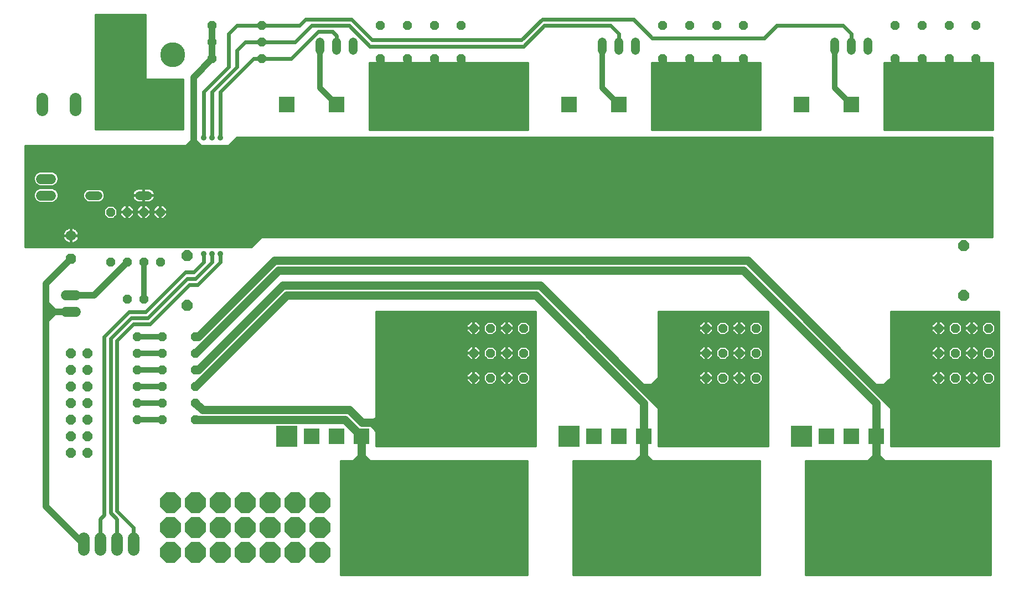
<source format=gtl>
G75*
%MOIN*%
%OFA0B0*%
%FSLAX25Y25*%
%IPPOS*%
%LPD*%
%AMOC8*
5,1,8,0,0,1.08239X$1,22.5*
%
%ADD10C,0.07050*%
%ADD11OC8,0.05200*%
%ADD12C,0.06000*%
%ADD13R,0.09449X0.09449*%
%ADD14R,0.12661X0.12661*%
%ADD15OC8,0.06600*%
%ADD16OC8,0.10000*%
%ADD17OC8,0.12500*%
%ADD18R,0.15000X0.15000*%
%ADD19C,0.15000*%
%ADD20OC8,0.06000*%
%ADD21C,0.05200*%
%ADD22OC8,0.06300*%
%ADD23C,0.06300*%
%ADD24C,0.07087*%
%ADD25C,0.04000*%
%ADD26C,0.01200*%
%ADD27C,0.02400*%
%ADD28C,0.03562*%
%ADD29C,0.05000*%
%ADD30C,0.01600*%
%ADD31C,0.03200*%
D10*
X0555225Y0510000D02*
X0562275Y0510000D01*
X0562275Y0530000D02*
X0555225Y0530000D01*
X0555225Y0570000D02*
X0562275Y0570000D01*
X0562275Y0590000D02*
X0555225Y0590000D01*
X0696475Y0590000D02*
X0703525Y0590000D01*
X0703525Y0570000D02*
X0696475Y0570000D01*
X0696475Y0530000D02*
X0703525Y0530000D01*
X0703525Y0510000D02*
X0696475Y0510000D01*
X0836475Y0510000D02*
X0843525Y0510000D01*
X0843525Y0530000D02*
X0836475Y0530000D01*
X0836475Y0570000D02*
X0843525Y0570000D01*
X0843525Y0590000D02*
X0836475Y0590000D01*
X0362500Y0578525D02*
X0362500Y0571475D01*
X0342500Y0571475D02*
X0342500Y0578525D01*
X0302500Y0578525D02*
X0302500Y0571475D01*
X0282500Y0571475D02*
X0282500Y0578525D01*
D11*
X0323750Y0510000D03*
X0333750Y0510000D03*
X0343750Y0510000D03*
X0353750Y0510000D03*
X0353750Y0480000D03*
X0343750Y0480000D03*
X0333750Y0480000D03*
X0323750Y0480000D03*
X0333750Y0457500D03*
X0343750Y0457500D03*
X0340000Y0435000D03*
X0340000Y0425000D03*
X0340000Y0415000D03*
X0340000Y0405000D03*
X0340000Y0395000D03*
X0340000Y0385000D03*
X0355000Y0385000D03*
X0375000Y0385000D03*
X0375000Y0395000D03*
X0375000Y0405000D03*
X0375000Y0415000D03*
X0375000Y0425000D03*
X0375000Y0435000D03*
X0355000Y0435000D03*
X0355000Y0425000D03*
X0355000Y0415000D03*
X0355000Y0405000D03*
X0355000Y0395000D03*
X0542500Y0410000D03*
X0552500Y0410000D03*
X0562500Y0410000D03*
X0572500Y0410000D03*
X0572500Y0425000D03*
X0562500Y0425000D03*
X0552500Y0425000D03*
X0542500Y0425000D03*
X0542500Y0440000D03*
X0552500Y0440000D03*
X0562500Y0440000D03*
X0572500Y0440000D03*
X0682500Y0440000D03*
X0692500Y0440000D03*
X0702500Y0440000D03*
X0712500Y0440000D03*
X0712500Y0425000D03*
X0702500Y0425000D03*
X0692500Y0425000D03*
X0682500Y0425000D03*
X0682500Y0410000D03*
X0692500Y0410000D03*
X0702500Y0410000D03*
X0712500Y0410000D03*
X0822500Y0410000D03*
X0832500Y0410000D03*
X0842500Y0410000D03*
X0852500Y0410000D03*
X0852500Y0425000D03*
X0842500Y0425000D03*
X0832500Y0425000D03*
X0822500Y0425000D03*
X0822500Y0440000D03*
X0832500Y0440000D03*
X0842500Y0440000D03*
X0852500Y0440000D03*
X0845000Y0602500D03*
X0828750Y0602500D03*
X0812500Y0602500D03*
X0796250Y0602500D03*
X0796250Y0622500D03*
X0812500Y0622500D03*
X0828750Y0622500D03*
X0845000Y0622500D03*
X0705000Y0622500D03*
X0688750Y0622500D03*
X0672500Y0622500D03*
X0656250Y0622500D03*
X0656250Y0602500D03*
X0672500Y0602500D03*
X0688750Y0602500D03*
X0705000Y0602500D03*
X0535000Y0602500D03*
X0518750Y0602500D03*
X0502500Y0602500D03*
X0486250Y0602500D03*
X0486250Y0622500D03*
X0502500Y0622500D03*
X0518750Y0622500D03*
X0535000Y0622500D03*
X0415000Y0622500D03*
X0415000Y0612500D03*
X0415000Y0602500D03*
X0385000Y0602500D03*
X0385000Y0612500D03*
X0385000Y0622500D03*
D12*
X0288000Y0540000D02*
X0282000Y0540000D01*
X0282000Y0530000D02*
X0288000Y0530000D01*
X0288000Y0520000D02*
X0282000Y0520000D01*
X0297000Y0460000D02*
X0303000Y0460000D01*
X0303000Y0450000D02*
X0297000Y0450000D01*
D13*
X0445000Y0375000D03*
X0460000Y0375000D03*
X0475000Y0375000D03*
X0615000Y0375000D03*
X0630000Y0375000D03*
X0645000Y0375000D03*
X0755000Y0375000D03*
X0770000Y0375000D03*
X0785000Y0375000D03*
X0770000Y0575000D03*
X0740000Y0575000D03*
X0800000Y0575000D03*
X0660000Y0575000D03*
X0630000Y0575000D03*
X0600000Y0575000D03*
X0490000Y0575000D03*
X0460000Y0575000D03*
X0430000Y0575000D03*
D14*
X0430000Y0375000D03*
X0490000Y0375000D03*
X0600000Y0375000D03*
X0660000Y0375000D03*
X0740000Y0375000D03*
X0800000Y0375000D03*
D15*
X0837500Y0460000D03*
X0837500Y0490000D03*
X0370000Y0483750D03*
X0370000Y0453750D03*
D16*
X0557500Y0392500D03*
X0557500Y0302500D03*
X0697500Y0302500D03*
X0697500Y0392500D03*
X0837500Y0392500D03*
X0837500Y0302500D03*
D17*
X0800000Y0305000D03*
X0800000Y0320000D03*
X0800000Y0335000D03*
X0785000Y0335000D03*
X0770000Y0335000D03*
X0755000Y0335000D03*
X0755000Y0320000D03*
X0770000Y0320000D03*
X0785000Y0320000D03*
X0785000Y0305000D03*
X0770000Y0305000D03*
X0755000Y0305000D03*
X0660000Y0305000D03*
X0645000Y0305000D03*
X0645000Y0320000D03*
X0660000Y0320000D03*
X0660000Y0335000D03*
X0645000Y0335000D03*
X0630000Y0335000D03*
X0615000Y0335000D03*
X0615000Y0320000D03*
X0630000Y0320000D03*
X0630000Y0305000D03*
X0615000Y0305000D03*
X0520000Y0305000D03*
X0505000Y0305000D03*
X0490000Y0305000D03*
X0490000Y0320000D03*
X0505000Y0320000D03*
X0520000Y0320000D03*
X0520000Y0335000D03*
X0505000Y0335000D03*
X0490000Y0335000D03*
X0475000Y0335000D03*
X0475000Y0320000D03*
X0475000Y0305000D03*
X0450000Y0305000D03*
X0435000Y0305000D03*
X0435000Y0320000D03*
X0450000Y0320000D03*
X0450000Y0335000D03*
X0435000Y0335000D03*
X0420000Y0335000D03*
X0405000Y0335000D03*
X0390000Y0335000D03*
X0390000Y0320000D03*
X0405000Y0320000D03*
X0420000Y0320000D03*
X0420000Y0305000D03*
X0405000Y0305000D03*
X0390000Y0305000D03*
X0375000Y0305000D03*
X0360000Y0305000D03*
X0360000Y0320000D03*
X0375000Y0320000D03*
X0375000Y0335000D03*
X0360000Y0335000D03*
D18*
X0330000Y0605000D03*
D19*
X0361047Y0605000D03*
D20*
X0310000Y0425000D03*
X0300000Y0425000D03*
X0300000Y0415000D03*
X0310000Y0415000D03*
X0310000Y0405000D03*
X0300000Y0405000D03*
X0300000Y0395000D03*
X0310000Y0395000D03*
X0310000Y0385000D03*
X0300000Y0385000D03*
X0300000Y0375000D03*
X0310000Y0375000D03*
X0310000Y0365000D03*
X0300000Y0365000D03*
D21*
X0311150Y0520000D02*
X0316350Y0520000D01*
X0341150Y0520000D02*
X0346350Y0520000D01*
X0450000Y0607400D02*
X0450000Y0612600D01*
X0460000Y0612600D02*
X0460000Y0607400D01*
X0470000Y0607400D02*
X0470000Y0612600D01*
X0620000Y0612600D02*
X0620000Y0607400D01*
X0630000Y0607400D02*
X0630000Y0612600D01*
X0640000Y0612600D02*
X0640000Y0607400D01*
X0760000Y0607400D02*
X0760000Y0612600D01*
X0770000Y0612600D02*
X0770000Y0607400D01*
X0780000Y0607400D02*
X0780000Y0612600D01*
D22*
X0300000Y0481750D03*
D23*
X0300000Y0495750D03*
D24*
X0307500Y0313543D02*
X0307500Y0306457D01*
X0317500Y0306457D02*
X0317500Y0313543D01*
X0327500Y0313543D02*
X0327500Y0306457D01*
X0337500Y0306457D02*
X0337500Y0313543D01*
D25*
X0307500Y0310000D02*
X0285000Y0332500D01*
X0285000Y0445000D01*
X0285000Y0450000D01*
X0300000Y0450000D01*
X0290000Y0450000D01*
X0285000Y0455000D01*
X0285000Y0450000D01*
X0290000Y0450000D02*
X0285000Y0445000D01*
X0285000Y0455000D02*
X0285000Y0466750D01*
X0300000Y0481750D01*
X0300000Y0460000D02*
X0313750Y0460000D01*
X0333750Y0480000D01*
X0366250Y0545000D02*
X0373750Y0552500D01*
X0381250Y0545000D01*
X0373750Y0545000D01*
X0373750Y0552500D01*
X0373750Y0591250D01*
X0385000Y0602500D01*
X0385000Y0612500D01*
X0385000Y0622500D01*
D26*
X0345000Y0622231D02*
X0315000Y0622231D01*
X0315000Y0623429D02*
X0345000Y0623429D01*
X0345000Y0624628D02*
X0315000Y0624628D01*
X0315000Y0625826D02*
X0345000Y0625826D01*
X0345000Y0627025D02*
X0315000Y0627025D01*
X0315000Y0628223D02*
X0345000Y0628223D01*
X0345000Y0628750D02*
X0345000Y0590000D01*
X0367500Y0590000D01*
X0367500Y0560000D01*
X0315000Y0560000D01*
X0315000Y0628750D01*
X0345000Y0628750D01*
X0345000Y0621032D02*
X0315000Y0621032D01*
X0315000Y0619834D02*
X0345000Y0619834D01*
X0345000Y0618635D02*
X0315000Y0618635D01*
X0315000Y0617437D02*
X0345000Y0617437D01*
X0345000Y0616238D02*
X0315000Y0616238D01*
X0315000Y0615040D02*
X0345000Y0615040D01*
X0345000Y0613841D02*
X0315000Y0613841D01*
X0315000Y0612643D02*
X0345000Y0612643D01*
X0345000Y0611444D02*
X0315000Y0611444D01*
X0315000Y0610246D02*
X0345000Y0610246D01*
X0345000Y0609047D02*
X0315000Y0609047D01*
X0315000Y0607849D02*
X0345000Y0607849D01*
X0345000Y0606650D02*
X0315000Y0606650D01*
X0315000Y0605452D02*
X0345000Y0605452D01*
X0345000Y0604253D02*
X0315000Y0604253D01*
X0315000Y0603055D02*
X0345000Y0603055D01*
X0345000Y0601856D02*
X0315000Y0601856D01*
X0315000Y0600658D02*
X0345000Y0600658D01*
X0345000Y0599459D02*
X0315000Y0599459D01*
X0315000Y0598261D02*
X0345000Y0598261D01*
X0345000Y0597062D02*
X0315000Y0597062D01*
X0315000Y0595864D02*
X0345000Y0595864D01*
X0345000Y0594665D02*
X0315000Y0594665D01*
X0315000Y0593467D02*
X0345000Y0593467D01*
X0345000Y0592268D02*
X0315000Y0592268D01*
X0315000Y0591070D02*
X0345000Y0591070D01*
X0367500Y0589871D02*
X0315000Y0589871D01*
X0315000Y0588672D02*
X0367500Y0588672D01*
X0367500Y0587474D02*
X0315000Y0587474D01*
X0315000Y0586275D02*
X0367500Y0586275D01*
X0367500Y0585077D02*
X0315000Y0585077D01*
X0315000Y0583878D02*
X0367500Y0583878D01*
X0367500Y0582680D02*
X0315000Y0582680D01*
X0315000Y0581481D02*
X0367500Y0581481D01*
X0367500Y0580283D02*
X0315000Y0580283D01*
X0315000Y0579084D02*
X0367500Y0579084D01*
X0367500Y0577886D02*
X0315000Y0577886D01*
X0315000Y0576687D02*
X0367500Y0576687D01*
X0367500Y0575489D02*
X0315000Y0575489D01*
X0315000Y0574290D02*
X0367500Y0574290D01*
X0367500Y0573092D02*
X0315000Y0573092D01*
X0315000Y0571893D02*
X0367500Y0571893D01*
X0367500Y0570695D02*
X0315000Y0570695D01*
X0315000Y0569496D02*
X0367500Y0569496D01*
X0367500Y0568298D02*
X0315000Y0568298D01*
X0315000Y0567099D02*
X0367500Y0567099D01*
X0367500Y0565901D02*
X0315000Y0565901D01*
X0315000Y0564702D02*
X0367500Y0564702D01*
X0367500Y0563504D02*
X0315000Y0563504D01*
X0315000Y0562305D02*
X0367500Y0562305D01*
X0367500Y0561107D02*
X0315000Y0561107D01*
X0315000Y0550000D02*
X0315000Y0525000D01*
X0272500Y0525000D01*
X0272500Y0550000D01*
X0315000Y0550000D01*
X0315000Y0549122D02*
X0272500Y0549122D01*
X0855000Y0549122D01*
X0855000Y0550320D02*
X0395320Y0550320D01*
X0395000Y0550000D02*
X0400000Y0555000D01*
X0855000Y0555000D01*
X0855000Y0495000D01*
X0545000Y0495000D01*
X0545000Y0535000D01*
X0855000Y0535000D01*
X0855000Y0495000D01*
X0415000Y0495000D01*
X0408750Y0488750D01*
X0272500Y0488750D01*
X0272500Y0550000D01*
X0395000Y0550000D01*
X0396519Y0551519D02*
X0855000Y0551519D01*
X0855000Y0552717D02*
X0397717Y0552717D01*
X0398916Y0553916D02*
X0855000Y0553916D01*
X0855000Y0547923D02*
X0272500Y0547923D01*
X0315000Y0547923D01*
X0315000Y0546725D02*
X0272500Y0546725D01*
X0855000Y0546725D01*
X0855000Y0545526D02*
X0272500Y0545526D01*
X0315000Y0545526D01*
X0315000Y0544328D02*
X0272500Y0544328D01*
X0280433Y0544328D01*
X0280234Y0544263D02*
X0279589Y0543934D01*
X0279003Y0543509D01*
X0278491Y0542997D01*
X0278066Y0542411D01*
X0277737Y0541766D01*
X0277513Y0541077D01*
X0277406Y0540400D01*
X0284600Y0540400D01*
X0284600Y0544600D01*
X0281638Y0544600D01*
X0280923Y0544487D01*
X0280234Y0544263D01*
X0278624Y0543129D02*
X0272500Y0543129D01*
X0315000Y0543129D01*
X0315000Y0541931D02*
X0272500Y0541931D01*
X0277821Y0541931D01*
X0277459Y0540732D02*
X0272500Y0540732D01*
X0315000Y0540732D01*
X0315000Y0539534D02*
X0272500Y0539534D01*
X0277417Y0539534D01*
X0277406Y0539600D02*
X0277513Y0538923D01*
X0277737Y0538234D01*
X0278066Y0537589D01*
X0278491Y0537003D01*
X0279003Y0536491D01*
X0279589Y0536066D01*
X0280234Y0535737D01*
X0280923Y0535513D01*
X0281638Y0535400D01*
X0284600Y0535400D01*
X0284600Y0539600D01*
X0285400Y0539600D01*
X0285400Y0540400D01*
X0284600Y0540400D01*
X0284600Y0539600D01*
X0277406Y0539600D01*
X0277704Y0538335D02*
X0272500Y0538335D01*
X0315000Y0538335D01*
X0315000Y0537137D02*
X0272500Y0537137D01*
X0278395Y0537137D01*
X0279840Y0535938D02*
X0272500Y0535938D01*
X0315000Y0535938D01*
X0315000Y0534739D02*
X0272500Y0534739D01*
X0553238Y0534739D01*
X0553258Y0534750D02*
X0552539Y0534383D01*
X0551886Y0533909D01*
X0551316Y0533339D01*
X0550842Y0532686D01*
X0550475Y0531967D01*
X0550226Y0531200D01*
X0550127Y0530575D01*
X0558175Y0530575D01*
X0558175Y0535125D01*
X0554822Y0535125D01*
X0554025Y0534999D01*
X0553258Y0534750D01*
X0551518Y0533541D02*
X0290692Y0533541D01*
X0315000Y0533541D01*
X0315000Y0532342D02*
X0291800Y0532342D01*
X0550667Y0532342D01*
X0550217Y0531144D02*
X0292296Y0531144D01*
X0315000Y0531144D01*
X0315000Y0529945D02*
X0292407Y0529945D01*
X0558175Y0529945D01*
X0558175Y0529425D02*
X0550127Y0529425D01*
X0550226Y0528800D01*
X0550475Y0528033D01*
X0550842Y0527314D01*
X0551316Y0526661D01*
X0551886Y0526091D01*
X0552539Y0525617D01*
X0553258Y0525250D01*
X0554025Y0525001D01*
X0554822Y0524875D01*
X0558175Y0524875D01*
X0558175Y0529425D01*
X0559325Y0529425D01*
X0559325Y0530575D01*
X0558175Y0530575D01*
X0558175Y0529425D01*
X0558175Y0528747D02*
X0559325Y0528747D01*
X0559325Y0529425D02*
X0559325Y0524875D01*
X0562678Y0524875D01*
X0563475Y0525001D01*
X0564242Y0525250D01*
X0564961Y0525617D01*
X0565614Y0526091D01*
X0566184Y0526661D01*
X0566658Y0527314D01*
X0567025Y0528033D01*
X0567274Y0528800D01*
X0567373Y0529425D01*
X0559325Y0529425D01*
X0559325Y0529945D02*
X0699425Y0529945D01*
X0699425Y0529425D02*
X0691377Y0529425D01*
X0691476Y0528800D01*
X0691725Y0528033D01*
X0692092Y0527314D01*
X0692566Y0526661D01*
X0693136Y0526091D01*
X0693789Y0525617D01*
X0694508Y0525250D01*
X0695275Y0525001D01*
X0696072Y0524875D01*
X0699425Y0524875D01*
X0699425Y0529425D01*
X0700575Y0529425D01*
X0700575Y0530575D01*
X0699425Y0530575D01*
X0699425Y0535125D01*
X0696072Y0535125D01*
X0695275Y0534999D01*
X0694508Y0534750D01*
X0693789Y0534383D01*
X0693136Y0533909D01*
X0692566Y0533339D01*
X0692092Y0532686D01*
X0691725Y0531967D01*
X0691476Y0531200D01*
X0691377Y0530575D01*
X0699425Y0530575D01*
X0699425Y0529425D01*
X0699425Y0528747D02*
X0700575Y0528747D01*
X0700575Y0529425D02*
X0700575Y0524875D01*
X0703928Y0524875D01*
X0704725Y0525001D01*
X0705492Y0525250D01*
X0706211Y0525617D01*
X0706864Y0526091D01*
X0707434Y0526661D01*
X0707908Y0527314D01*
X0708275Y0528033D01*
X0708524Y0528800D01*
X0708623Y0529425D01*
X0700575Y0529425D01*
X0700575Y0529945D02*
X0839425Y0529945D01*
X0839425Y0529425D02*
X0831377Y0529425D01*
X0831476Y0528800D01*
X0831725Y0528033D01*
X0832092Y0527314D01*
X0832566Y0526661D01*
X0833136Y0526091D01*
X0833789Y0525617D01*
X0834508Y0525250D01*
X0835275Y0525001D01*
X0836072Y0524875D01*
X0839425Y0524875D01*
X0839425Y0529425D01*
X0840575Y0529425D01*
X0840575Y0530575D01*
X0839425Y0530575D01*
X0839425Y0535125D01*
X0836072Y0535125D01*
X0835275Y0534999D01*
X0834508Y0534750D01*
X0833789Y0534383D01*
X0833136Y0533909D01*
X0832566Y0533339D01*
X0832092Y0532686D01*
X0831725Y0531967D01*
X0831476Y0531200D01*
X0831377Y0530575D01*
X0839425Y0530575D01*
X0839425Y0529425D01*
X0839425Y0528747D02*
X0840575Y0528747D01*
X0840575Y0529425D02*
X0840575Y0524875D01*
X0843928Y0524875D01*
X0844725Y0525001D01*
X0845492Y0525250D01*
X0846211Y0525617D01*
X0846864Y0526091D01*
X0847434Y0526661D01*
X0847908Y0527314D01*
X0848275Y0528033D01*
X0848524Y0528800D01*
X0848623Y0529425D01*
X0840575Y0529425D01*
X0840575Y0529945D02*
X0855000Y0529945D01*
X0545000Y0529945D01*
X0545000Y0528747D02*
X0855000Y0528747D01*
X0848507Y0528747D01*
X0848028Y0527548D02*
X0855000Y0527548D01*
X0545000Y0527548D01*
X0545000Y0526350D02*
X0855000Y0526350D01*
X0847123Y0526350D01*
X0845187Y0525151D02*
X0855000Y0525151D01*
X0545000Y0525151D01*
X0545000Y0523953D02*
X0855000Y0523953D01*
X0347776Y0523953D01*
X0347962Y0523892D02*
X0347334Y0524097D01*
X0346681Y0524200D01*
X0343950Y0524200D01*
X0343950Y0520200D01*
X0343550Y0520200D01*
X0343550Y0524200D01*
X0340819Y0524200D01*
X0340166Y0524097D01*
X0339538Y0523892D01*
X0338949Y0523592D01*
X0338414Y0523204D01*
X0337946Y0522736D01*
X0337558Y0522201D01*
X0337258Y0521612D01*
X0337053Y0520984D01*
X0336950Y0520331D01*
X0336950Y0520200D01*
X0343550Y0520200D01*
X0343550Y0519800D01*
X0343950Y0519800D01*
X0343950Y0520200D01*
X0350550Y0520200D01*
X0350550Y0520331D01*
X0350447Y0520984D01*
X0350242Y0521612D01*
X0349942Y0522201D01*
X0349554Y0522736D01*
X0349086Y0523204D01*
X0348551Y0523592D01*
X0347962Y0523892D01*
X0349535Y0522754D02*
X0855000Y0522754D01*
X0545000Y0522754D01*
X0545000Y0521556D02*
X0855000Y0521556D01*
X0350261Y0521556D01*
X0350546Y0520357D02*
X0855000Y0520357D01*
X0545000Y0520357D01*
X0545000Y0519159D02*
X0855000Y0519159D01*
X0350469Y0519159D01*
X0350447Y0519016D02*
X0350550Y0519669D01*
X0350550Y0519800D01*
X0343950Y0519800D01*
X0343950Y0515800D01*
X0346681Y0515800D01*
X0347334Y0515903D01*
X0347962Y0516108D01*
X0348551Y0516408D01*
X0349086Y0516796D01*
X0349554Y0517264D01*
X0349942Y0517799D01*
X0350242Y0518388D01*
X0350447Y0519016D01*
X0350024Y0517960D02*
X0855000Y0517960D01*
X0545000Y0517960D01*
X0545000Y0516762D02*
X0855000Y0516762D01*
X0349038Y0516762D01*
X0352010Y0514200D02*
X0349550Y0511740D01*
X0349550Y0510200D01*
X0353550Y0510200D01*
X0353550Y0514200D01*
X0352010Y0514200D01*
X0350977Y0513166D02*
X0346523Y0513166D01*
X0345490Y0514200D02*
X0343950Y0514200D01*
X0343950Y0510200D01*
X0343550Y0510200D01*
X0343550Y0514200D01*
X0342010Y0514200D01*
X0339550Y0511740D01*
X0339550Y0510200D01*
X0343550Y0510200D01*
X0343550Y0509800D01*
X0339550Y0509800D01*
X0339550Y0508260D01*
X0342010Y0505800D01*
X0343550Y0505800D01*
X0343550Y0509800D01*
X0343950Y0509800D01*
X0343950Y0510200D01*
X0347950Y0510200D01*
X0347950Y0511740D01*
X0345490Y0514200D01*
X0343950Y0513166D02*
X0343550Y0513166D01*
X0343550Y0511968D02*
X0343950Y0511968D01*
X0343950Y0510769D02*
X0343550Y0510769D01*
X0343950Y0509800D02*
X0347950Y0509800D01*
X0347950Y0508260D01*
X0345490Y0505800D01*
X0343950Y0505800D01*
X0343950Y0509800D01*
X0343950Y0509571D02*
X0343550Y0509571D01*
X0343550Y0508372D02*
X0343950Y0508372D01*
X0343950Y0507174D02*
X0343550Y0507174D01*
X0343550Y0505975D02*
X0343950Y0505975D01*
X0345665Y0505975D02*
X0351835Y0505975D01*
X0352010Y0505800D02*
X0349550Y0508260D01*
X0349550Y0509800D01*
X0353550Y0509800D01*
X0353550Y0510200D01*
X0353950Y0510200D01*
X0353950Y0514200D01*
X0355490Y0514200D01*
X0357950Y0511740D01*
X0357950Y0510200D01*
X0353950Y0510200D01*
X0353950Y0509800D01*
X0357950Y0509800D01*
X0357950Y0508260D01*
X0355490Y0505800D01*
X0353950Y0505800D01*
X0353950Y0509800D01*
X0353550Y0509800D01*
X0353550Y0505800D01*
X0352010Y0505800D01*
X0353550Y0505975D02*
X0353950Y0505975D01*
X0353950Y0507174D02*
X0353550Y0507174D01*
X0353550Y0508372D02*
X0353950Y0508372D01*
X0353950Y0509571D02*
X0353550Y0509571D01*
X0353550Y0510769D02*
X0353950Y0510769D01*
X0353950Y0511968D02*
X0353550Y0511968D01*
X0353550Y0513166D02*
X0353950Y0513166D01*
X0356523Y0513166D02*
X0551191Y0513166D01*
X0551316Y0513339D02*
X0550842Y0512686D01*
X0550475Y0511967D01*
X0550226Y0511200D01*
X0550127Y0510575D01*
X0558175Y0510575D01*
X0558175Y0515125D01*
X0554822Y0515125D01*
X0554025Y0514999D01*
X0553258Y0514750D01*
X0552539Y0514383D01*
X0551886Y0513909D01*
X0551316Y0513339D01*
X0552513Y0514365D02*
X0272500Y0514365D01*
X0272500Y0515563D02*
X0855000Y0515563D01*
X0545000Y0515563D01*
X0545000Y0514365D02*
X0855000Y0514365D01*
X0846237Y0514365D01*
X0846211Y0514383D02*
X0845492Y0514750D01*
X0844725Y0514999D01*
X0843928Y0515125D01*
X0840575Y0515125D01*
X0840575Y0510575D01*
X0839425Y0510575D01*
X0839425Y0515125D01*
X0836072Y0515125D01*
X0835275Y0514999D01*
X0834508Y0514750D01*
X0833789Y0514383D01*
X0833136Y0513909D01*
X0832566Y0513339D01*
X0832092Y0512686D01*
X0831725Y0511967D01*
X0831476Y0511200D01*
X0831377Y0510575D01*
X0839425Y0510575D01*
X0839425Y0509425D01*
X0840575Y0509425D01*
X0840575Y0510575D01*
X0848623Y0510575D01*
X0848524Y0511200D01*
X0848275Y0511967D01*
X0847908Y0512686D01*
X0847434Y0513339D01*
X0846864Y0513909D01*
X0846211Y0514383D01*
X0847559Y0513166D02*
X0855000Y0513166D01*
X0545000Y0513166D01*
X0545000Y0511968D02*
X0855000Y0511968D01*
X0848274Y0511968D01*
X0848592Y0510769D02*
X0855000Y0510769D01*
X0545000Y0510769D01*
X0545000Y0509571D02*
X0855000Y0509571D01*
X0840575Y0509571D01*
X0840575Y0509425D02*
X0848623Y0509425D01*
X0848524Y0508800D01*
X0848275Y0508033D01*
X0847908Y0507314D01*
X0847434Y0506661D01*
X0846864Y0506091D01*
X0846211Y0505617D01*
X0845492Y0505250D01*
X0844725Y0505001D01*
X0843928Y0504875D01*
X0840575Y0504875D01*
X0840575Y0509425D01*
X0840575Y0508372D02*
X0839425Y0508372D01*
X0839425Y0509425D02*
X0839425Y0504875D01*
X0836072Y0504875D01*
X0835275Y0505001D01*
X0834508Y0505250D01*
X0833789Y0505617D01*
X0833136Y0506091D01*
X0832566Y0506661D01*
X0832092Y0507314D01*
X0831725Y0508033D01*
X0831476Y0508800D01*
X0831377Y0509425D01*
X0839425Y0509425D01*
X0839425Y0509571D02*
X0700575Y0509571D01*
X0700575Y0509425D02*
X0700575Y0510575D01*
X0699425Y0510575D01*
X0699425Y0515125D01*
X0696072Y0515125D01*
X0695275Y0514999D01*
X0694508Y0514750D01*
X0693789Y0514383D01*
X0693136Y0513909D01*
X0692566Y0513339D01*
X0692092Y0512686D01*
X0691725Y0511967D01*
X0691476Y0511200D01*
X0691377Y0510575D01*
X0699425Y0510575D01*
X0699425Y0509425D01*
X0700575Y0509425D01*
X0708623Y0509425D01*
X0708524Y0508800D01*
X0708275Y0508033D01*
X0707908Y0507314D01*
X0707434Y0506661D01*
X0706864Y0506091D01*
X0706211Y0505617D01*
X0705492Y0505250D01*
X0704725Y0505001D01*
X0703928Y0504875D01*
X0700575Y0504875D01*
X0700575Y0509425D01*
X0700575Y0508372D02*
X0699425Y0508372D01*
X0699425Y0509425D02*
X0699425Y0504875D01*
X0696072Y0504875D01*
X0695275Y0505001D01*
X0694508Y0505250D01*
X0693789Y0505617D01*
X0693136Y0506091D01*
X0692566Y0506661D01*
X0692092Y0507314D01*
X0691725Y0508033D01*
X0691476Y0508800D01*
X0691377Y0509425D01*
X0699425Y0509425D01*
X0699425Y0509571D02*
X0559325Y0509571D01*
X0559325Y0509425D02*
X0559325Y0510575D01*
X0558175Y0510575D01*
X0558175Y0509425D01*
X0559325Y0509425D01*
X0567373Y0509425D01*
X0567274Y0508800D01*
X0567025Y0508033D01*
X0566658Y0507314D01*
X0566184Y0506661D01*
X0565614Y0506091D01*
X0564961Y0505617D01*
X0564242Y0505250D01*
X0563475Y0505001D01*
X0562678Y0504875D01*
X0559325Y0504875D01*
X0559325Y0509425D01*
X0559325Y0508372D02*
X0558175Y0508372D01*
X0558175Y0509425D02*
X0558175Y0504875D01*
X0554822Y0504875D01*
X0554025Y0505001D01*
X0553258Y0505250D01*
X0552539Y0505617D01*
X0551886Y0506091D01*
X0551316Y0506661D01*
X0550842Y0507314D01*
X0550475Y0508033D01*
X0550226Y0508800D01*
X0550127Y0509425D01*
X0558175Y0509425D01*
X0558175Y0509571D02*
X0357950Y0509571D01*
X0357950Y0510769D02*
X0550158Y0510769D01*
X0550476Y0511968D02*
X0357722Y0511968D01*
X0357950Y0508372D02*
X0550365Y0508372D01*
X0550944Y0507174D02*
X0356863Y0507174D01*
X0355665Y0505975D02*
X0552045Y0505975D01*
X0558175Y0505975D02*
X0559325Y0505975D01*
X0559325Y0507174D02*
X0558175Y0507174D01*
X0559325Y0510575D02*
X0567373Y0510575D01*
X0567274Y0511200D01*
X0567025Y0511967D01*
X0566658Y0512686D01*
X0566184Y0513339D01*
X0565614Y0513909D01*
X0564961Y0514383D01*
X0564242Y0514750D01*
X0563475Y0514999D01*
X0562678Y0515125D01*
X0559325Y0515125D01*
X0559325Y0510575D01*
X0559325Y0510769D02*
X0558175Y0510769D01*
X0558175Y0511968D02*
X0559325Y0511968D01*
X0559325Y0513166D02*
X0558175Y0513166D01*
X0558175Y0514365D02*
X0559325Y0514365D01*
X0564987Y0514365D02*
X0693763Y0514365D01*
X0692441Y0513166D02*
X0566309Y0513166D01*
X0567024Y0511968D02*
X0691726Y0511968D01*
X0691408Y0510769D02*
X0567342Y0510769D01*
X0567135Y0508372D02*
X0691615Y0508372D01*
X0692194Y0507174D02*
X0566556Y0507174D01*
X0565455Y0505975D02*
X0693295Y0505975D01*
X0699425Y0505975D02*
X0700575Y0505975D01*
X0700575Y0507174D02*
X0699425Y0507174D01*
X0700575Y0510575D02*
X0708623Y0510575D01*
X0708524Y0511200D01*
X0708275Y0511967D01*
X0707908Y0512686D01*
X0707434Y0513339D01*
X0706864Y0513909D01*
X0706211Y0514383D01*
X0705492Y0514750D01*
X0704725Y0514999D01*
X0703928Y0515125D01*
X0700575Y0515125D01*
X0700575Y0510575D01*
X0700575Y0510769D02*
X0699425Y0510769D01*
X0699425Y0511968D02*
X0700575Y0511968D01*
X0700575Y0513166D02*
X0699425Y0513166D01*
X0699425Y0514365D02*
X0700575Y0514365D01*
X0706237Y0514365D02*
X0833763Y0514365D01*
X0832441Y0513166D02*
X0707559Y0513166D01*
X0708274Y0511968D02*
X0831726Y0511968D01*
X0831408Y0510769D02*
X0708592Y0510769D01*
X0708385Y0508372D02*
X0831615Y0508372D01*
X0832194Y0507174D02*
X0707806Y0507174D01*
X0706705Y0505975D02*
X0833295Y0505975D01*
X0839425Y0505975D02*
X0840575Y0505975D01*
X0840575Y0507174D02*
X0839425Y0507174D01*
X0839425Y0510769D02*
X0840575Y0510769D01*
X0840575Y0511968D02*
X0839425Y0511968D01*
X0839425Y0513166D02*
X0840575Y0513166D01*
X0840575Y0514365D02*
X0839425Y0514365D01*
X0848385Y0508372D02*
X0855000Y0508372D01*
X0545000Y0508372D01*
X0545000Y0507174D02*
X0855000Y0507174D01*
X0847806Y0507174D01*
X0846705Y0505975D02*
X0855000Y0505975D01*
X0545000Y0505975D01*
X0545000Y0504777D02*
X0855000Y0504777D01*
X0272500Y0504777D01*
X0272500Y0505975D02*
X0331835Y0505975D01*
X0332010Y0505800D02*
X0329550Y0508260D01*
X0329550Y0509800D01*
X0333550Y0509800D01*
X0333550Y0510200D01*
X0333550Y0514200D01*
X0332010Y0514200D01*
X0329550Y0511740D01*
X0329550Y0510200D01*
X0333550Y0510200D01*
X0333950Y0510200D01*
X0333950Y0514200D01*
X0335490Y0514200D01*
X0337950Y0511740D01*
X0337950Y0510200D01*
X0333950Y0510200D01*
X0333950Y0509800D01*
X0337950Y0509800D01*
X0337950Y0508260D01*
X0335490Y0505800D01*
X0333950Y0505800D01*
X0333950Y0509800D01*
X0333550Y0509800D01*
X0333550Y0505800D01*
X0332010Y0505800D01*
X0333550Y0505975D02*
X0333950Y0505975D01*
X0333950Y0507174D02*
X0333550Y0507174D01*
X0333550Y0508372D02*
X0333950Y0508372D01*
X0333950Y0509571D02*
X0333550Y0509571D01*
X0333550Y0510769D02*
X0333950Y0510769D01*
X0333950Y0511968D02*
X0333550Y0511968D01*
X0333550Y0513166D02*
X0333950Y0513166D01*
X0336523Y0513166D02*
X0340977Y0513166D01*
X0339778Y0511968D02*
X0337722Y0511968D01*
X0337950Y0510769D02*
X0339550Y0510769D01*
X0339550Y0509571D02*
X0337950Y0509571D01*
X0337950Y0508372D02*
X0339550Y0508372D01*
X0340637Y0507174D02*
X0336863Y0507174D01*
X0335665Y0505975D02*
X0341835Y0505975D01*
X0346863Y0507174D02*
X0350637Y0507174D01*
X0349550Y0508372D02*
X0347950Y0508372D01*
X0347950Y0509571D02*
X0349550Y0509571D01*
X0349550Y0510769D02*
X0347950Y0510769D01*
X0347722Y0511968D02*
X0349778Y0511968D01*
X0343550Y0515800D02*
X0340819Y0515800D01*
X0340166Y0515903D01*
X0339538Y0516108D01*
X0338949Y0516408D01*
X0338414Y0516796D01*
X0337946Y0517264D01*
X0337558Y0517799D01*
X0337258Y0518388D01*
X0337053Y0519016D01*
X0336950Y0519669D01*
X0336950Y0519800D01*
X0343550Y0519800D01*
X0343550Y0515800D01*
X0343550Y0516762D02*
X0343950Y0516762D01*
X0343950Y0517960D02*
X0343550Y0517960D01*
X0343550Y0519159D02*
X0343950Y0519159D01*
X0343950Y0520357D02*
X0343550Y0520357D01*
X0343550Y0521556D02*
X0343950Y0521556D01*
X0343950Y0522754D02*
X0343550Y0522754D01*
X0343550Y0523953D02*
X0343950Y0523953D01*
X0339724Y0523953D02*
X0317278Y0523953D01*
X0317147Y0524007D02*
X0310353Y0524007D01*
X0308880Y0523397D01*
X0307753Y0522270D01*
X0307143Y0520797D01*
X0307143Y0519203D01*
X0307753Y0517730D01*
X0308880Y0516603D01*
X0310353Y0515993D01*
X0317147Y0515993D01*
X0318620Y0516603D01*
X0319747Y0517730D01*
X0320357Y0519203D01*
X0320357Y0520797D01*
X0319747Y0522270D01*
X0318620Y0523397D01*
X0317147Y0524007D01*
X0315000Y0525151D02*
X0272500Y0525151D01*
X0553563Y0525151D01*
X0551627Y0526350D02*
X0290582Y0526350D01*
X0315000Y0526350D01*
X0315000Y0527548D02*
X0291755Y0527548D01*
X0550722Y0527548D01*
X0550243Y0528747D02*
X0292251Y0528747D01*
X0315000Y0528747D01*
X0310222Y0523953D02*
X0289973Y0523953D01*
X0290496Y0523736D02*
X0288877Y0524407D01*
X0281123Y0524407D01*
X0279504Y0523736D01*
X0278264Y0522496D01*
X0277593Y0520877D01*
X0277593Y0519123D01*
X0278264Y0517504D01*
X0279504Y0516264D01*
X0281123Y0515593D01*
X0288877Y0515593D01*
X0290496Y0516264D01*
X0291736Y0517504D01*
X0292407Y0519123D01*
X0292407Y0520877D01*
X0291736Y0522496D01*
X0290496Y0523736D01*
X0291478Y0522754D02*
X0308238Y0522754D01*
X0307457Y0521556D02*
X0292126Y0521556D01*
X0292407Y0520357D02*
X0307143Y0520357D01*
X0307161Y0519159D02*
X0292407Y0519159D01*
X0291925Y0517960D02*
X0307658Y0517960D01*
X0308721Y0516762D02*
X0290994Y0516762D01*
X0288877Y0525593D02*
X0281123Y0525593D01*
X0279504Y0526264D01*
X0278264Y0527504D01*
X0277593Y0529123D01*
X0277593Y0530877D01*
X0278264Y0532496D01*
X0279504Y0533736D01*
X0281123Y0534407D01*
X0288877Y0534407D01*
X0290496Y0533736D01*
X0291736Y0532496D01*
X0292407Y0530877D01*
X0292407Y0529123D01*
X0291736Y0527504D01*
X0290496Y0526264D01*
X0288877Y0525593D01*
X0290496Y0526264D01*
X0291736Y0527504D01*
X0292407Y0529123D01*
X0292407Y0530877D01*
X0291736Y0532496D01*
X0290496Y0533736D01*
X0288877Y0534407D01*
X0281123Y0534407D01*
X0279504Y0533736D01*
X0278264Y0532496D01*
X0277593Y0530877D01*
X0277593Y0529123D01*
X0278264Y0527504D01*
X0279504Y0526264D01*
X0281123Y0525593D01*
X0288877Y0525593D01*
X0280027Y0523953D02*
X0272500Y0523953D01*
X0272500Y0522754D02*
X0278522Y0522754D01*
X0277874Y0521556D02*
X0272500Y0521556D01*
X0272500Y0520357D02*
X0277593Y0520357D01*
X0277593Y0519159D02*
X0272500Y0519159D01*
X0272500Y0517960D02*
X0278075Y0517960D01*
X0279006Y0516762D02*
X0272500Y0516762D01*
X0272500Y0513166D02*
X0321249Y0513166D01*
X0322090Y0514007D02*
X0319743Y0511660D01*
X0319743Y0508340D01*
X0322090Y0505993D01*
X0325410Y0505993D01*
X0327757Y0508340D01*
X0327757Y0511660D01*
X0325410Y0514007D01*
X0322090Y0514007D01*
X0320051Y0511968D02*
X0272500Y0511968D01*
X0272500Y0510769D02*
X0319743Y0510769D01*
X0319743Y0509571D02*
X0272500Y0509571D01*
X0272500Y0508372D02*
X0319743Y0508372D01*
X0320909Y0507174D02*
X0272500Y0507174D01*
X0272500Y0503578D02*
X0855000Y0503578D01*
X0545000Y0503578D01*
X0545000Y0502380D02*
X0855000Y0502380D01*
X0272500Y0502380D01*
X0272500Y0501181D02*
X0855000Y0501181D01*
X0545000Y0501181D01*
X0545000Y0499983D02*
X0855000Y0499983D01*
X0302156Y0499983D01*
X0301823Y0500152D02*
X0301112Y0500383D01*
X0300374Y0500500D01*
X0300200Y0500500D01*
X0300200Y0495950D01*
X0299800Y0495950D01*
X0299800Y0500500D01*
X0299626Y0500500D01*
X0298888Y0500383D01*
X0298177Y0500152D01*
X0297510Y0499813D01*
X0296906Y0499373D01*
X0296377Y0498844D01*
X0295937Y0498240D01*
X0295598Y0497573D01*
X0295367Y0496862D01*
X0295250Y0496124D01*
X0295250Y0495950D01*
X0299800Y0495950D01*
X0299800Y0495550D01*
X0295250Y0495550D01*
X0295250Y0495376D01*
X0295367Y0494638D01*
X0295598Y0493927D01*
X0295937Y0493260D01*
X0296377Y0492656D01*
X0296906Y0492127D01*
X0297510Y0491687D01*
X0298177Y0491348D01*
X0298888Y0491117D01*
X0299626Y0491000D01*
X0299800Y0491000D01*
X0299800Y0495550D01*
X0300200Y0495550D01*
X0300200Y0495950D01*
X0304750Y0495950D01*
X0304750Y0496124D01*
X0304633Y0496862D01*
X0304402Y0497573D01*
X0304063Y0498240D01*
X0303623Y0498844D01*
X0303094Y0499373D01*
X0302490Y0499813D01*
X0301823Y0500152D01*
X0300200Y0499983D02*
X0299800Y0499983D01*
X0299800Y0498784D02*
X0300200Y0498784D01*
X0300200Y0497586D02*
X0299800Y0497586D01*
X0299800Y0496387D02*
X0300200Y0496387D01*
X0300200Y0495550D02*
X0304750Y0495550D01*
X0304750Y0495376D01*
X0304633Y0494638D01*
X0304402Y0493927D01*
X0304063Y0493260D01*
X0303623Y0492656D01*
X0303094Y0492127D01*
X0302490Y0491687D01*
X0301823Y0491348D01*
X0301112Y0491117D01*
X0300374Y0491000D01*
X0300200Y0491000D01*
X0300200Y0495550D01*
X0300200Y0495189D02*
X0299800Y0495189D01*
X0299800Y0493990D02*
X0300200Y0493990D01*
X0300200Y0492792D02*
X0299800Y0492792D01*
X0299800Y0491593D02*
X0300200Y0491593D01*
X0302304Y0491593D02*
X0411593Y0491593D01*
X0410395Y0490395D02*
X0272500Y0490395D01*
X0272500Y0491593D02*
X0297696Y0491593D01*
X0296278Y0492792D02*
X0272500Y0492792D01*
X0272500Y0493990D02*
X0295577Y0493990D01*
X0295280Y0495189D02*
X0272500Y0495189D01*
X0272500Y0496387D02*
X0295292Y0496387D01*
X0295604Y0497586D02*
X0272500Y0497586D01*
X0272500Y0498784D02*
X0296333Y0498784D01*
X0297844Y0499983D02*
X0272500Y0499983D01*
X0272500Y0489196D02*
X0409196Y0489196D01*
X0412792Y0492792D02*
X0303722Y0492792D01*
X0304423Y0493990D02*
X0413990Y0493990D01*
X0483750Y0450000D02*
X0580000Y0450000D01*
X0580000Y0368750D01*
X0497931Y0368750D01*
X0497931Y0374400D01*
X0490600Y0374400D01*
X0490600Y0375600D01*
X0497931Y0375600D01*
X0497931Y0381541D01*
X0497822Y0381948D01*
X0497611Y0382313D01*
X0497313Y0382611D01*
X0496948Y0382822D01*
X0496541Y0382931D01*
X0490600Y0382931D01*
X0490600Y0375600D01*
X0489400Y0375600D01*
X0489400Y0382931D01*
X0483750Y0382931D01*
X0483750Y0450000D01*
X0483750Y0449645D02*
X0580000Y0449645D01*
X0580000Y0448447D02*
X0483750Y0448447D01*
X0483750Y0447248D02*
X0580000Y0447248D01*
X0580000Y0446050D02*
X0483750Y0446050D01*
X0483750Y0444851D02*
X0580000Y0444851D01*
X0580000Y0443653D02*
X0574514Y0443653D01*
X0574160Y0444007D02*
X0570840Y0444007D01*
X0568493Y0441660D01*
X0568493Y0438340D01*
X0570840Y0435993D01*
X0574160Y0435993D01*
X0576507Y0438340D01*
X0576507Y0441660D01*
X0574160Y0444007D01*
X0575713Y0442454D02*
X0580000Y0442454D01*
X0580000Y0441256D02*
X0576507Y0441256D01*
X0576507Y0440057D02*
X0580000Y0440057D01*
X0580000Y0438859D02*
X0576507Y0438859D01*
X0575827Y0437660D02*
X0580000Y0437660D01*
X0580000Y0436462D02*
X0574628Y0436462D01*
X0570372Y0436462D02*
X0564901Y0436462D01*
X0564240Y0435800D02*
X0566700Y0438260D01*
X0566700Y0439800D01*
X0562700Y0439800D01*
X0562700Y0440200D01*
X0566700Y0440200D01*
X0566700Y0441740D01*
X0564240Y0444200D01*
X0562700Y0444200D01*
X0562700Y0440200D01*
X0562300Y0440200D01*
X0562300Y0444200D01*
X0560760Y0444200D01*
X0558300Y0441740D01*
X0558300Y0440200D01*
X0562300Y0440200D01*
X0562300Y0439800D01*
X0562700Y0439800D01*
X0562700Y0435800D01*
X0564240Y0435800D01*
X0562700Y0436462D02*
X0562300Y0436462D01*
X0562300Y0435800D02*
X0562300Y0439800D01*
X0558300Y0439800D01*
X0558300Y0438260D01*
X0560760Y0435800D01*
X0562300Y0435800D01*
X0562300Y0437660D02*
X0562700Y0437660D01*
X0562700Y0438859D02*
X0562300Y0438859D01*
X0562300Y0440057D02*
X0556507Y0440057D01*
X0556507Y0438859D02*
X0558300Y0438859D01*
X0558900Y0437660D02*
X0555827Y0437660D01*
X0556507Y0438340D02*
X0554160Y0435993D01*
X0550840Y0435993D01*
X0548493Y0438340D01*
X0548493Y0441660D01*
X0550840Y0444007D01*
X0554160Y0444007D01*
X0556507Y0441660D01*
X0556507Y0438340D01*
X0554628Y0436462D02*
X0560099Y0436462D01*
X0562700Y0440057D02*
X0568493Y0440057D01*
X0568493Y0438859D02*
X0566700Y0438859D01*
X0566100Y0437660D02*
X0569173Y0437660D01*
X0568493Y0441256D02*
X0566700Y0441256D01*
X0565986Y0442454D02*
X0569287Y0442454D01*
X0570486Y0443653D02*
X0564787Y0443653D01*
X0562700Y0443653D02*
X0562300Y0443653D01*
X0562300Y0442454D02*
X0562700Y0442454D01*
X0562700Y0441256D02*
X0562300Y0441256D01*
X0560213Y0443653D02*
X0554514Y0443653D01*
X0555713Y0442454D02*
X0559014Y0442454D01*
X0558300Y0441256D02*
X0556507Y0441256D01*
X0550486Y0443653D02*
X0544787Y0443653D01*
X0544240Y0444200D02*
X0542700Y0444200D01*
X0542700Y0440200D01*
X0546700Y0440200D01*
X0546700Y0441740D01*
X0544240Y0444200D01*
X0542700Y0443653D02*
X0542300Y0443653D01*
X0542300Y0444200D02*
X0540760Y0444200D01*
X0538300Y0441740D01*
X0538300Y0440200D01*
X0542300Y0440200D01*
X0542300Y0444200D01*
X0542300Y0442454D02*
X0542700Y0442454D01*
X0542700Y0441256D02*
X0542300Y0441256D01*
X0542300Y0440200D02*
X0542700Y0440200D01*
X0542700Y0439800D01*
X0546700Y0439800D01*
X0546700Y0438260D01*
X0544240Y0435800D01*
X0542700Y0435800D01*
X0542700Y0439800D01*
X0542300Y0439800D01*
X0542300Y0435800D01*
X0540760Y0435800D01*
X0538300Y0438260D01*
X0538300Y0439800D01*
X0542300Y0439800D01*
X0542300Y0440200D01*
X0542300Y0440057D02*
X0483750Y0440057D01*
X0483750Y0438859D02*
X0538300Y0438859D01*
X0538900Y0437660D02*
X0483750Y0437660D01*
X0483750Y0436462D02*
X0540099Y0436462D01*
X0542300Y0436462D02*
X0542700Y0436462D01*
X0542700Y0437660D02*
X0542300Y0437660D01*
X0542300Y0438859D02*
X0542700Y0438859D01*
X0542700Y0440057D02*
X0548493Y0440057D01*
X0548493Y0438859D02*
X0546700Y0438859D01*
X0546100Y0437660D02*
X0549173Y0437660D01*
X0550372Y0436462D02*
X0544901Y0436462D01*
X0546700Y0441256D02*
X0548493Y0441256D01*
X0549287Y0442454D02*
X0545986Y0442454D01*
X0540213Y0443653D02*
X0483750Y0443653D01*
X0483750Y0442454D02*
X0539014Y0442454D01*
X0538300Y0441256D02*
X0483750Y0441256D01*
X0483750Y0435263D02*
X0580000Y0435263D01*
X0580000Y0434065D02*
X0483750Y0434065D01*
X0483750Y0432866D02*
X0580000Y0432866D01*
X0580000Y0431668D02*
X0483750Y0431668D01*
X0483750Y0430469D02*
X0580000Y0430469D01*
X0580000Y0429270D02*
X0483750Y0429270D01*
X0483750Y0428072D02*
X0539632Y0428072D01*
X0540760Y0429200D02*
X0538300Y0426740D01*
X0538300Y0425200D01*
X0542300Y0425200D01*
X0542300Y0429200D01*
X0540760Y0429200D01*
X0542300Y0428072D02*
X0542700Y0428072D01*
X0542700Y0429200D02*
X0542700Y0425200D01*
X0546700Y0425200D01*
X0546700Y0426740D01*
X0544240Y0429200D01*
X0542700Y0429200D01*
X0542700Y0426873D02*
X0542300Y0426873D01*
X0542300Y0425675D02*
X0542700Y0425675D01*
X0542700Y0425200D02*
X0542300Y0425200D01*
X0542300Y0424800D01*
X0542700Y0424800D01*
X0542700Y0425200D01*
X0542700Y0424800D02*
X0546700Y0424800D01*
X0546700Y0423260D01*
X0544240Y0420800D01*
X0542700Y0420800D01*
X0542700Y0424800D01*
X0542700Y0424476D02*
X0542300Y0424476D01*
X0542300Y0424800D02*
X0542300Y0420800D01*
X0540760Y0420800D01*
X0538300Y0423260D01*
X0538300Y0424800D01*
X0542300Y0424800D01*
X0542300Y0423278D02*
X0542700Y0423278D01*
X0542700Y0422079D02*
X0542300Y0422079D01*
X0542300Y0420881D02*
X0542700Y0420881D01*
X0544321Y0420881D02*
X0560679Y0420881D01*
X0560760Y0420800D02*
X0562300Y0420800D01*
X0562300Y0424800D01*
X0562700Y0424800D01*
X0562700Y0425200D01*
X0566700Y0425200D01*
X0566700Y0426740D01*
X0564240Y0429200D01*
X0562700Y0429200D01*
X0562700Y0425200D01*
X0562300Y0425200D01*
X0562300Y0429200D01*
X0560760Y0429200D01*
X0558300Y0426740D01*
X0558300Y0425200D01*
X0562300Y0425200D01*
X0562300Y0424800D01*
X0558300Y0424800D01*
X0558300Y0423260D01*
X0560760Y0420800D01*
X0562300Y0420881D02*
X0562700Y0420881D01*
X0562700Y0420800D02*
X0564240Y0420800D01*
X0566700Y0423260D01*
X0566700Y0424800D01*
X0562700Y0424800D01*
X0562700Y0420800D01*
X0562700Y0422079D02*
X0562300Y0422079D01*
X0562300Y0423278D02*
X0562700Y0423278D01*
X0562700Y0424476D02*
X0562300Y0424476D01*
X0562300Y0425675D02*
X0562700Y0425675D01*
X0562700Y0426873D02*
X0562300Y0426873D01*
X0562300Y0428072D02*
X0562700Y0428072D01*
X0565368Y0428072D02*
X0569905Y0428072D01*
X0570840Y0429007D02*
X0568493Y0426660D01*
X0568493Y0423340D01*
X0570840Y0420993D01*
X0574160Y0420993D01*
X0576507Y0423340D01*
X0576507Y0426660D01*
X0574160Y0429007D01*
X0570840Y0429007D01*
X0568707Y0426873D02*
X0566566Y0426873D01*
X0566700Y0425675D02*
X0568493Y0425675D01*
X0568493Y0424476D02*
X0566700Y0424476D01*
X0566700Y0423278D02*
X0568555Y0423278D01*
X0569754Y0422079D02*
X0565519Y0422079D01*
X0564321Y0420881D02*
X0580000Y0420881D01*
X0580000Y0422079D02*
X0575246Y0422079D01*
X0576445Y0423278D02*
X0580000Y0423278D01*
X0580000Y0424476D02*
X0576507Y0424476D01*
X0576507Y0425675D02*
X0580000Y0425675D01*
X0580000Y0426873D02*
X0576293Y0426873D01*
X0575095Y0428072D02*
X0580000Y0428072D01*
X0580000Y0419682D02*
X0483750Y0419682D01*
X0483750Y0418484D02*
X0580000Y0418484D01*
X0580000Y0417285D02*
X0483750Y0417285D01*
X0483750Y0416087D02*
X0580000Y0416087D01*
X0580000Y0414888D02*
X0483750Y0414888D01*
X0483750Y0413690D02*
X0540250Y0413690D01*
X0540760Y0414200D02*
X0538300Y0411740D01*
X0538300Y0410200D01*
X0542300Y0410200D01*
X0542300Y0414200D01*
X0540760Y0414200D01*
X0542300Y0413690D02*
X0542700Y0413690D01*
X0542700Y0414200D02*
X0544240Y0414200D01*
X0546700Y0411740D01*
X0546700Y0410200D01*
X0542700Y0410200D01*
X0542700Y0409800D01*
X0546700Y0409800D01*
X0546700Y0408260D01*
X0544240Y0405800D01*
X0542700Y0405800D01*
X0542700Y0409800D01*
X0542300Y0409800D01*
X0542300Y0405800D01*
X0540760Y0405800D01*
X0538300Y0408260D01*
X0538300Y0409800D01*
X0542300Y0409800D01*
X0542300Y0410200D01*
X0542700Y0410200D01*
X0542700Y0414200D01*
X0542700Y0412491D02*
X0542300Y0412491D01*
X0542300Y0411293D02*
X0542700Y0411293D01*
X0542700Y0410094D02*
X0548493Y0410094D01*
X0548493Y0408896D02*
X0546700Y0408896D01*
X0546137Y0407697D02*
X0549136Y0407697D01*
X0548493Y0408340D02*
X0550840Y0405993D01*
X0554160Y0405993D01*
X0556507Y0408340D01*
X0556507Y0411660D01*
X0554160Y0414007D01*
X0550840Y0414007D01*
X0548493Y0411660D01*
X0548493Y0408340D01*
X0550334Y0406499D02*
X0544938Y0406499D01*
X0542700Y0406499D02*
X0542300Y0406499D01*
X0542300Y0407697D02*
X0542700Y0407697D01*
X0542700Y0408896D02*
X0542300Y0408896D01*
X0542300Y0410094D02*
X0483750Y0410094D01*
X0483750Y0408896D02*
X0538300Y0408896D01*
X0538863Y0407697D02*
X0483750Y0407697D01*
X0483750Y0406499D02*
X0540062Y0406499D01*
X0538300Y0411293D02*
X0483750Y0411293D01*
X0483750Y0412491D02*
X0539052Y0412491D01*
X0544750Y0413690D02*
X0550523Y0413690D01*
X0549324Y0412491D02*
X0545948Y0412491D01*
X0546700Y0411293D02*
X0548493Y0411293D01*
X0554477Y0413690D02*
X0560250Y0413690D01*
X0560760Y0414200D02*
X0558300Y0411740D01*
X0558300Y0410200D01*
X0562300Y0410200D01*
X0562300Y0414200D01*
X0560760Y0414200D01*
X0562300Y0413690D02*
X0562700Y0413690D01*
X0562700Y0414200D02*
X0564240Y0414200D01*
X0566700Y0411740D01*
X0566700Y0410200D01*
X0562700Y0410200D01*
X0562700Y0409800D01*
X0566700Y0409800D01*
X0566700Y0408260D01*
X0564240Y0405800D01*
X0562700Y0405800D01*
X0562700Y0409800D01*
X0562300Y0409800D01*
X0562300Y0405800D01*
X0560760Y0405800D01*
X0558300Y0408260D01*
X0558300Y0409800D01*
X0562300Y0409800D01*
X0562300Y0410200D01*
X0562700Y0410200D01*
X0562700Y0414200D01*
X0562700Y0412491D02*
X0562300Y0412491D01*
X0562300Y0411293D02*
X0562700Y0411293D01*
X0562700Y0410094D02*
X0568493Y0410094D01*
X0568493Y0408896D02*
X0566700Y0408896D01*
X0566137Y0407697D02*
X0569136Y0407697D01*
X0568493Y0408340D02*
X0570840Y0405993D01*
X0574160Y0405993D01*
X0576507Y0408340D01*
X0576507Y0411660D01*
X0574160Y0414007D01*
X0570840Y0414007D01*
X0568493Y0411660D01*
X0568493Y0408340D01*
X0570334Y0406499D02*
X0564938Y0406499D01*
X0562700Y0406499D02*
X0562300Y0406499D01*
X0562300Y0407697D02*
X0562700Y0407697D01*
X0562700Y0408896D02*
X0562300Y0408896D01*
X0562300Y0410094D02*
X0556507Y0410094D01*
X0556507Y0408896D02*
X0558300Y0408896D01*
X0558863Y0407697D02*
X0555864Y0407697D01*
X0554666Y0406499D02*
X0560062Y0406499D01*
X0558300Y0411293D02*
X0556507Y0411293D01*
X0555676Y0412491D02*
X0559052Y0412491D01*
X0564750Y0413690D02*
X0570523Y0413690D01*
X0569324Y0412491D02*
X0565948Y0412491D01*
X0566700Y0411293D02*
X0568493Y0411293D01*
X0574477Y0413690D02*
X0580000Y0413690D01*
X0580000Y0412491D02*
X0575676Y0412491D01*
X0576507Y0411293D02*
X0580000Y0411293D01*
X0580000Y0410094D02*
X0576507Y0410094D01*
X0576507Y0408896D02*
X0580000Y0408896D01*
X0580000Y0407697D02*
X0575864Y0407697D01*
X0574666Y0406499D02*
X0580000Y0406499D01*
X0580000Y0405300D02*
X0483750Y0405300D01*
X0483750Y0404102D02*
X0580000Y0404102D01*
X0580000Y0402903D02*
X0483750Y0402903D01*
X0483750Y0401705D02*
X0580000Y0401705D01*
X0580000Y0400506D02*
X0483750Y0400506D01*
X0483750Y0400000D02*
X0483750Y0368750D01*
X0565000Y0368750D01*
X0565000Y0400000D01*
X0483750Y0400000D01*
X0483750Y0399308D02*
X0565000Y0399308D01*
X0565000Y0398109D02*
X0483750Y0398109D01*
X0553775Y0398109D01*
X0554766Y0399100D02*
X0550900Y0395234D01*
X0550900Y0392983D01*
X0557017Y0392983D01*
X0557017Y0399100D01*
X0554766Y0399100D01*
X0557017Y0398109D02*
X0557983Y0398109D01*
X0557983Y0399100D02*
X0557983Y0392983D01*
X0557017Y0392983D01*
X0557017Y0392017D01*
X0550900Y0392017D01*
X0550900Y0389766D01*
X0554766Y0385900D01*
X0557017Y0385900D01*
X0557017Y0392017D01*
X0557983Y0392017D01*
X0557983Y0392983D01*
X0564100Y0392983D01*
X0564100Y0395234D01*
X0560234Y0399100D01*
X0557983Y0399100D01*
X0557983Y0396911D02*
X0557017Y0396911D01*
X0557017Y0395712D02*
X0557983Y0395712D01*
X0557983Y0394514D02*
X0557017Y0394514D01*
X0557017Y0393315D02*
X0557983Y0393315D01*
X0557983Y0392117D02*
X0580000Y0392117D01*
X0580000Y0393315D02*
X0564100Y0393315D01*
X0565000Y0393315D02*
X0483750Y0393315D01*
X0550900Y0393315D01*
X0550900Y0394514D02*
X0483750Y0394514D01*
X0565000Y0394514D01*
X0564100Y0394514D02*
X0580000Y0394514D01*
X0580000Y0395712D02*
X0563622Y0395712D01*
X0565000Y0395712D02*
X0483750Y0395712D01*
X0551378Y0395712D01*
X0552577Y0396911D02*
X0483750Y0396911D01*
X0565000Y0396911D01*
X0562423Y0396911D02*
X0580000Y0396911D01*
X0580000Y0398109D02*
X0561225Y0398109D01*
X0564100Y0392017D02*
X0557983Y0392017D01*
X0557983Y0385900D01*
X0560234Y0385900D01*
X0564100Y0389766D01*
X0564100Y0392017D01*
X0565000Y0392117D02*
X0483750Y0392117D01*
X0557017Y0392117D01*
X0557017Y0390918D02*
X0557983Y0390918D01*
X0557983Y0389720D02*
X0557017Y0389720D01*
X0557017Y0388521D02*
X0557983Y0388521D01*
X0557983Y0387323D02*
X0557017Y0387323D01*
X0557017Y0386124D02*
X0557983Y0386124D01*
X0560458Y0386124D02*
X0580000Y0386124D01*
X0580000Y0384926D02*
X0483750Y0384926D01*
X0565000Y0384926D01*
X0565000Y0386124D02*
X0483750Y0386124D01*
X0554542Y0386124D01*
X0553344Y0387323D02*
X0483750Y0387323D01*
X0565000Y0387323D01*
X0565000Y0388521D02*
X0483750Y0388521D01*
X0552145Y0388521D01*
X0550947Y0389720D02*
X0483750Y0389720D01*
X0565000Y0389720D01*
X0564053Y0389720D02*
X0580000Y0389720D01*
X0580000Y0390918D02*
X0564100Y0390918D01*
X0565000Y0390918D02*
X0483750Y0390918D01*
X0550900Y0390918D01*
X0561656Y0387323D02*
X0580000Y0387323D01*
X0580000Y0388521D02*
X0562855Y0388521D01*
X0565000Y0383727D02*
X0483750Y0383727D01*
X0580000Y0383727D01*
X0580000Y0382529D02*
X0497396Y0382529D01*
X0497931Y0381330D02*
X0580000Y0381330D01*
X0580000Y0380132D02*
X0497931Y0380132D01*
X0497931Y0378933D02*
X0580000Y0378933D01*
X0580000Y0377734D02*
X0497931Y0377734D01*
X0497931Y0376536D02*
X0580000Y0376536D01*
X0580000Y0375337D02*
X0490600Y0375337D01*
X0490600Y0376536D02*
X0489400Y0376536D01*
X0489400Y0375600D02*
X0489400Y0374400D01*
X0483750Y0374400D01*
X0483750Y0375600D01*
X0489400Y0375600D01*
X0489400Y0375337D02*
X0483750Y0375337D01*
X0565000Y0375337D01*
X0565000Y0374139D02*
X0483750Y0374139D01*
X0483750Y0372940D02*
X0565000Y0372940D01*
X0565000Y0371742D02*
X0483750Y0371742D01*
X0483750Y0370543D02*
X0565000Y0370543D01*
X0565000Y0369345D02*
X0483750Y0369345D01*
X0483750Y0376536D02*
X0565000Y0376536D01*
X0565000Y0377734D02*
X0483750Y0377734D01*
X0483750Y0378933D02*
X0565000Y0378933D01*
X0565000Y0380132D02*
X0483750Y0380132D01*
X0483750Y0381330D02*
X0565000Y0381330D01*
X0565000Y0382529D02*
X0483750Y0382529D01*
X0489400Y0382529D02*
X0490600Y0382529D01*
X0490600Y0381330D02*
X0489400Y0381330D01*
X0489400Y0380132D02*
X0490600Y0380132D01*
X0490600Y0378933D02*
X0489400Y0378933D01*
X0489400Y0377734D02*
X0490600Y0377734D01*
X0497931Y0374139D02*
X0580000Y0374139D01*
X0580000Y0372940D02*
X0497931Y0372940D01*
X0497931Y0371742D02*
X0580000Y0371742D01*
X0580000Y0370543D02*
X0497931Y0370543D01*
X0497931Y0369345D02*
X0580000Y0369345D01*
X0575000Y0360000D02*
X0575000Y0291250D01*
X0462500Y0291250D01*
X0462500Y0360000D01*
X0575000Y0360000D01*
X0575000Y0359757D02*
X0462500Y0359757D01*
X0462500Y0358558D02*
X0575000Y0358558D01*
X0575000Y0357360D02*
X0462500Y0357360D01*
X0462500Y0356161D02*
X0575000Y0356161D01*
X0575000Y0354963D02*
X0462500Y0354963D01*
X0462500Y0353764D02*
X0575000Y0353764D01*
X0575000Y0352566D02*
X0462500Y0352566D01*
X0462500Y0351367D02*
X0575000Y0351367D01*
X0575000Y0350169D02*
X0462500Y0350169D01*
X0462500Y0348970D02*
X0575000Y0348970D01*
X0575000Y0347772D02*
X0462500Y0347772D01*
X0462500Y0346573D02*
X0575000Y0346573D01*
X0575000Y0345375D02*
X0462500Y0345375D01*
X0462500Y0344176D02*
X0575000Y0344176D01*
X0575000Y0342978D02*
X0462500Y0342978D01*
X0462500Y0341779D02*
X0575000Y0341779D01*
X0575000Y0340581D02*
X0462500Y0340581D01*
X0462500Y0339382D02*
X0575000Y0339382D01*
X0575000Y0338184D02*
X0462500Y0338184D01*
X0462500Y0336985D02*
X0575000Y0336985D01*
X0575000Y0335787D02*
X0462500Y0335787D01*
X0462500Y0334588D02*
X0575000Y0334588D01*
X0575000Y0333390D02*
X0462500Y0333390D01*
X0462500Y0332191D02*
X0575000Y0332191D01*
X0575000Y0330993D02*
X0462500Y0330993D01*
X0462500Y0329794D02*
X0575000Y0329794D01*
X0575000Y0328596D02*
X0462500Y0328596D01*
X0462500Y0327397D02*
X0575000Y0327397D01*
X0575000Y0326199D02*
X0462500Y0326199D01*
X0462500Y0325000D02*
X0575000Y0325000D01*
X0575000Y0323801D02*
X0462500Y0323801D01*
X0462500Y0322603D02*
X0575000Y0322603D01*
X0575000Y0321404D02*
X0462500Y0321404D01*
X0462500Y0320206D02*
X0575000Y0320206D01*
X0575000Y0319007D02*
X0462500Y0319007D01*
X0462500Y0317809D02*
X0575000Y0317809D01*
X0575000Y0316610D02*
X0462500Y0316610D01*
X0462500Y0315412D02*
X0575000Y0315412D01*
X0575000Y0314213D02*
X0462500Y0314213D01*
X0462500Y0313015D02*
X0575000Y0313015D01*
X0575000Y0311816D02*
X0462500Y0311816D01*
X0462500Y0310618D02*
X0575000Y0310618D01*
X0575000Y0309419D02*
X0462500Y0309419D01*
X0462500Y0308221D02*
X0575000Y0308221D01*
X0575000Y0307022D02*
X0462500Y0307022D01*
X0462500Y0305824D02*
X0575000Y0305824D01*
X0575000Y0304625D02*
X0462500Y0304625D01*
X0462500Y0303427D02*
X0575000Y0303427D01*
X0575000Y0302228D02*
X0462500Y0302228D01*
X0462500Y0301030D02*
X0575000Y0301030D01*
X0575000Y0299831D02*
X0462500Y0299831D01*
X0462500Y0298633D02*
X0575000Y0298633D01*
X0575000Y0297434D02*
X0462500Y0297434D01*
X0462500Y0296236D02*
X0575000Y0296236D01*
X0575000Y0295037D02*
X0462500Y0295037D01*
X0462500Y0293839D02*
X0575000Y0293839D01*
X0575000Y0292640D02*
X0462500Y0292640D01*
X0462500Y0291442D02*
X0575000Y0291442D01*
X0602500Y0291442D02*
X0715000Y0291442D01*
X0715000Y0291250D02*
X0602500Y0291250D01*
X0602500Y0360000D01*
X0715000Y0360000D01*
X0715000Y0291250D01*
X0715000Y0292640D02*
X0602500Y0292640D01*
X0602500Y0293839D02*
X0715000Y0293839D01*
X0715000Y0295037D02*
X0602500Y0295037D01*
X0602500Y0296236D02*
X0715000Y0296236D01*
X0715000Y0297434D02*
X0602500Y0297434D01*
X0602500Y0298633D02*
X0715000Y0298633D01*
X0715000Y0299831D02*
X0602500Y0299831D01*
X0602500Y0301030D02*
X0715000Y0301030D01*
X0715000Y0302228D02*
X0602500Y0302228D01*
X0602500Y0303427D02*
X0715000Y0303427D01*
X0715000Y0304625D02*
X0602500Y0304625D01*
X0602500Y0305824D02*
X0715000Y0305824D01*
X0715000Y0307022D02*
X0602500Y0307022D01*
X0602500Y0308221D02*
X0715000Y0308221D01*
X0715000Y0309419D02*
X0602500Y0309419D01*
X0602500Y0310618D02*
X0715000Y0310618D01*
X0715000Y0311816D02*
X0602500Y0311816D01*
X0602500Y0313015D02*
X0715000Y0313015D01*
X0715000Y0314213D02*
X0602500Y0314213D01*
X0602500Y0315412D02*
X0715000Y0315412D01*
X0715000Y0316610D02*
X0602500Y0316610D01*
X0602500Y0317809D02*
X0715000Y0317809D01*
X0715000Y0319007D02*
X0602500Y0319007D01*
X0602500Y0320206D02*
X0715000Y0320206D01*
X0715000Y0321404D02*
X0602500Y0321404D01*
X0602500Y0322603D02*
X0715000Y0322603D01*
X0715000Y0323801D02*
X0602500Y0323801D01*
X0602500Y0325000D02*
X0715000Y0325000D01*
X0715000Y0326199D02*
X0602500Y0326199D01*
X0602500Y0327397D02*
X0715000Y0327397D01*
X0715000Y0328596D02*
X0602500Y0328596D01*
X0602500Y0329794D02*
X0715000Y0329794D01*
X0715000Y0330993D02*
X0602500Y0330993D01*
X0602500Y0332191D02*
X0715000Y0332191D01*
X0715000Y0333390D02*
X0602500Y0333390D01*
X0602500Y0334588D02*
X0715000Y0334588D01*
X0715000Y0335787D02*
X0602500Y0335787D01*
X0602500Y0336985D02*
X0715000Y0336985D01*
X0715000Y0338184D02*
X0602500Y0338184D01*
X0602500Y0339382D02*
X0715000Y0339382D01*
X0715000Y0340581D02*
X0602500Y0340581D01*
X0602500Y0341779D02*
X0715000Y0341779D01*
X0715000Y0342978D02*
X0602500Y0342978D01*
X0602500Y0344176D02*
X0715000Y0344176D01*
X0715000Y0345375D02*
X0602500Y0345375D01*
X0602500Y0346573D02*
X0715000Y0346573D01*
X0715000Y0347772D02*
X0602500Y0347772D01*
X0602500Y0348970D02*
X0715000Y0348970D01*
X0715000Y0350169D02*
X0602500Y0350169D01*
X0602500Y0351367D02*
X0715000Y0351367D01*
X0715000Y0352566D02*
X0602500Y0352566D01*
X0602500Y0353764D02*
X0715000Y0353764D01*
X0715000Y0354963D02*
X0602500Y0354963D01*
X0602500Y0356161D02*
X0715000Y0356161D01*
X0715000Y0357360D02*
X0602500Y0357360D01*
X0602500Y0358558D02*
X0715000Y0358558D01*
X0715000Y0359757D02*
X0602500Y0359757D01*
X0580000Y0399308D02*
X0483750Y0399308D01*
X0483750Y0420881D02*
X0540679Y0420881D01*
X0539481Y0422079D02*
X0483750Y0422079D01*
X0483750Y0423278D02*
X0538300Y0423278D01*
X0538300Y0424476D02*
X0483750Y0424476D01*
X0483750Y0425675D02*
X0538300Y0425675D01*
X0538434Y0426873D02*
X0483750Y0426873D01*
X0545368Y0428072D02*
X0549905Y0428072D01*
X0550840Y0429007D02*
X0548493Y0426660D01*
X0548493Y0423340D01*
X0550840Y0420993D01*
X0554160Y0420993D01*
X0556507Y0423340D01*
X0556507Y0426660D01*
X0554160Y0429007D01*
X0550840Y0429007D01*
X0548707Y0426873D02*
X0546566Y0426873D01*
X0546700Y0425675D02*
X0548493Y0425675D01*
X0548493Y0424476D02*
X0546700Y0424476D01*
X0546700Y0423278D02*
X0548555Y0423278D01*
X0549754Y0422079D02*
X0545519Y0422079D01*
X0555246Y0422079D02*
X0559481Y0422079D01*
X0558300Y0423278D02*
X0556445Y0423278D01*
X0556507Y0424476D02*
X0558300Y0424476D01*
X0558300Y0425675D02*
X0556507Y0425675D01*
X0556293Y0426873D02*
X0558434Y0426873D01*
X0559632Y0428072D02*
X0555095Y0428072D01*
X0545000Y0495189D02*
X0855000Y0495189D01*
X0304720Y0495189D01*
X0304708Y0496387D02*
X0855000Y0496387D01*
X0545000Y0496387D01*
X0545000Y0497586D02*
X0855000Y0497586D01*
X0304396Y0497586D01*
X0303667Y0498784D02*
X0855000Y0498784D01*
X0545000Y0498784D01*
X0558175Y0525151D02*
X0559325Y0525151D01*
X0559325Y0526350D02*
X0558175Y0526350D01*
X0558175Y0527548D02*
X0559325Y0527548D01*
X0559325Y0530575D02*
X0567373Y0530575D01*
X0567274Y0531200D01*
X0567025Y0531967D01*
X0566658Y0532686D01*
X0566184Y0533339D01*
X0565614Y0533909D01*
X0564961Y0534383D01*
X0564242Y0534750D01*
X0563475Y0534999D01*
X0562678Y0535125D01*
X0559325Y0535125D01*
X0559325Y0530575D01*
X0559325Y0531144D02*
X0558175Y0531144D01*
X0558175Y0532342D02*
X0559325Y0532342D01*
X0559325Y0533541D02*
X0558175Y0533541D01*
X0558175Y0534739D02*
X0559325Y0534739D01*
X0564262Y0534739D02*
X0694488Y0534739D01*
X0692768Y0533541D02*
X0565982Y0533541D01*
X0566833Y0532342D02*
X0691917Y0532342D01*
X0691467Y0531144D02*
X0567283Y0531144D01*
X0567257Y0528747D02*
X0691493Y0528747D01*
X0691972Y0527548D02*
X0566778Y0527548D01*
X0565873Y0526350D02*
X0692877Y0526350D01*
X0694813Y0525151D02*
X0563937Y0525151D01*
X0545000Y0531144D02*
X0855000Y0531144D01*
X0848533Y0531144D01*
X0848524Y0531200D02*
X0848275Y0531967D01*
X0847908Y0532686D01*
X0847434Y0533339D01*
X0846864Y0533909D01*
X0846211Y0534383D01*
X0845492Y0534750D01*
X0844725Y0534999D01*
X0843928Y0535125D01*
X0840575Y0535125D01*
X0840575Y0530575D01*
X0848623Y0530575D01*
X0848524Y0531200D01*
X0848083Y0532342D02*
X0855000Y0532342D01*
X0545000Y0532342D01*
X0545000Y0533541D02*
X0855000Y0533541D01*
X0847232Y0533541D01*
X0845512Y0534739D02*
X0855000Y0534739D01*
X0545000Y0534739D01*
X0653750Y0450000D02*
X0720000Y0450000D01*
X0720000Y0368750D01*
X0667931Y0368750D01*
X0667931Y0374400D01*
X0660600Y0374400D01*
X0660600Y0375600D01*
X0667931Y0375600D01*
X0667931Y0381541D01*
X0667822Y0381948D01*
X0667611Y0382313D01*
X0667313Y0382611D01*
X0666948Y0382822D01*
X0666541Y0382931D01*
X0660600Y0382931D01*
X0660600Y0375600D01*
X0659400Y0375600D01*
X0659400Y0382931D01*
X0653750Y0382931D01*
X0653750Y0450000D01*
X0653750Y0449645D02*
X0720000Y0449645D01*
X0720000Y0448447D02*
X0653750Y0448447D01*
X0653750Y0447248D02*
X0720000Y0447248D01*
X0720000Y0446050D02*
X0653750Y0446050D01*
X0653750Y0444851D02*
X0720000Y0444851D01*
X0720000Y0443653D02*
X0714514Y0443653D01*
X0714160Y0444007D02*
X0710840Y0444007D01*
X0708493Y0441660D01*
X0708493Y0438340D01*
X0710840Y0435993D01*
X0714160Y0435993D01*
X0716507Y0438340D01*
X0716507Y0441660D01*
X0714160Y0444007D01*
X0715713Y0442454D02*
X0720000Y0442454D01*
X0720000Y0441256D02*
X0716507Y0441256D01*
X0716507Y0440057D02*
X0720000Y0440057D01*
X0720000Y0438859D02*
X0716507Y0438859D01*
X0715827Y0437660D02*
X0720000Y0437660D01*
X0720000Y0436462D02*
X0714628Y0436462D01*
X0710372Y0436462D02*
X0704901Y0436462D01*
X0704240Y0435800D02*
X0706700Y0438260D01*
X0706700Y0439800D01*
X0702700Y0439800D01*
X0702700Y0440200D01*
X0706700Y0440200D01*
X0706700Y0441740D01*
X0704240Y0444200D01*
X0702700Y0444200D01*
X0702700Y0440200D01*
X0702300Y0440200D01*
X0702300Y0444200D01*
X0700760Y0444200D01*
X0698300Y0441740D01*
X0698300Y0440200D01*
X0702300Y0440200D01*
X0702300Y0439800D01*
X0702700Y0439800D01*
X0702700Y0435800D01*
X0704240Y0435800D01*
X0702700Y0436462D02*
X0702300Y0436462D01*
X0702300Y0435800D02*
X0702300Y0439800D01*
X0698300Y0439800D01*
X0698300Y0438260D01*
X0700760Y0435800D01*
X0702300Y0435800D01*
X0702300Y0437660D02*
X0702700Y0437660D01*
X0702700Y0438859D02*
X0702300Y0438859D01*
X0702300Y0440057D02*
X0696507Y0440057D01*
X0696507Y0438859D02*
X0698300Y0438859D01*
X0698900Y0437660D02*
X0695827Y0437660D01*
X0696507Y0438340D02*
X0694160Y0435993D01*
X0690840Y0435993D01*
X0688493Y0438340D01*
X0688493Y0441660D01*
X0690840Y0444007D01*
X0694160Y0444007D01*
X0696507Y0441660D01*
X0696507Y0438340D01*
X0694628Y0436462D02*
X0700099Y0436462D01*
X0702700Y0440057D02*
X0708493Y0440057D01*
X0708493Y0438859D02*
X0706700Y0438859D01*
X0706100Y0437660D02*
X0709173Y0437660D01*
X0708493Y0441256D02*
X0706700Y0441256D01*
X0705986Y0442454D02*
X0709287Y0442454D01*
X0710486Y0443653D02*
X0704787Y0443653D01*
X0702700Y0443653D02*
X0702300Y0443653D01*
X0702300Y0442454D02*
X0702700Y0442454D01*
X0702700Y0441256D02*
X0702300Y0441256D01*
X0700213Y0443653D02*
X0694514Y0443653D01*
X0695713Y0442454D02*
X0699014Y0442454D01*
X0698300Y0441256D02*
X0696507Y0441256D01*
X0690486Y0443653D02*
X0684787Y0443653D01*
X0684240Y0444200D02*
X0682700Y0444200D01*
X0682700Y0440200D01*
X0686700Y0440200D01*
X0686700Y0441740D01*
X0684240Y0444200D01*
X0682700Y0443653D02*
X0682300Y0443653D01*
X0682300Y0444200D02*
X0680760Y0444200D01*
X0678300Y0441740D01*
X0678300Y0440200D01*
X0682300Y0440200D01*
X0682300Y0444200D01*
X0682300Y0442454D02*
X0682700Y0442454D01*
X0682700Y0441256D02*
X0682300Y0441256D01*
X0682300Y0440200D02*
X0682700Y0440200D01*
X0682700Y0439800D01*
X0686700Y0439800D01*
X0686700Y0438260D01*
X0684240Y0435800D01*
X0682700Y0435800D01*
X0682700Y0439800D01*
X0682300Y0439800D01*
X0682300Y0435800D01*
X0680760Y0435800D01*
X0678300Y0438260D01*
X0678300Y0439800D01*
X0682300Y0439800D01*
X0682300Y0440200D01*
X0682300Y0440057D02*
X0653750Y0440057D01*
X0653750Y0438859D02*
X0678300Y0438859D01*
X0678900Y0437660D02*
X0653750Y0437660D01*
X0653750Y0436462D02*
X0680099Y0436462D01*
X0682300Y0436462D02*
X0682700Y0436462D01*
X0682700Y0437660D02*
X0682300Y0437660D01*
X0682300Y0438859D02*
X0682700Y0438859D01*
X0682700Y0440057D02*
X0688493Y0440057D01*
X0688493Y0438859D02*
X0686700Y0438859D01*
X0686100Y0437660D02*
X0689173Y0437660D01*
X0690372Y0436462D02*
X0684901Y0436462D01*
X0686700Y0441256D02*
X0688493Y0441256D01*
X0689287Y0442454D02*
X0685986Y0442454D01*
X0680213Y0443653D02*
X0653750Y0443653D01*
X0653750Y0442454D02*
X0679014Y0442454D01*
X0678300Y0441256D02*
X0653750Y0441256D01*
X0653750Y0435263D02*
X0720000Y0435263D01*
X0720000Y0434065D02*
X0653750Y0434065D01*
X0653750Y0432866D02*
X0720000Y0432866D01*
X0720000Y0431668D02*
X0653750Y0431668D01*
X0653750Y0430469D02*
X0720000Y0430469D01*
X0720000Y0429270D02*
X0653750Y0429270D01*
X0653750Y0428072D02*
X0679632Y0428072D01*
X0680760Y0429200D02*
X0678300Y0426740D01*
X0678300Y0425200D01*
X0682300Y0425200D01*
X0682300Y0429200D01*
X0680760Y0429200D01*
X0682300Y0428072D02*
X0682700Y0428072D01*
X0682700Y0429200D02*
X0682700Y0425200D01*
X0686700Y0425200D01*
X0686700Y0426740D01*
X0684240Y0429200D01*
X0682700Y0429200D01*
X0682700Y0426873D02*
X0682300Y0426873D01*
X0682300Y0425675D02*
X0682700Y0425675D01*
X0682700Y0425200D02*
X0682300Y0425200D01*
X0682300Y0424800D01*
X0682700Y0424800D01*
X0682700Y0425200D01*
X0682700Y0424800D02*
X0686700Y0424800D01*
X0686700Y0423260D01*
X0684240Y0420800D01*
X0682700Y0420800D01*
X0682700Y0424800D01*
X0682700Y0424476D02*
X0682300Y0424476D01*
X0682300Y0424800D02*
X0682300Y0420800D01*
X0680760Y0420800D01*
X0678300Y0423260D01*
X0678300Y0424800D01*
X0682300Y0424800D01*
X0682300Y0423278D02*
X0682700Y0423278D01*
X0682700Y0422079D02*
X0682300Y0422079D01*
X0682300Y0420881D02*
X0682700Y0420881D01*
X0684321Y0420881D02*
X0700679Y0420881D01*
X0700760Y0420800D02*
X0702300Y0420800D01*
X0702300Y0424800D01*
X0702700Y0424800D01*
X0702700Y0425200D01*
X0706700Y0425200D01*
X0706700Y0426740D01*
X0704240Y0429200D01*
X0702700Y0429200D01*
X0702700Y0425200D01*
X0702300Y0425200D01*
X0702300Y0429200D01*
X0700760Y0429200D01*
X0698300Y0426740D01*
X0698300Y0425200D01*
X0702300Y0425200D01*
X0702300Y0424800D01*
X0698300Y0424800D01*
X0698300Y0423260D01*
X0700760Y0420800D01*
X0702300Y0420881D02*
X0702700Y0420881D01*
X0702700Y0420800D02*
X0704240Y0420800D01*
X0706700Y0423260D01*
X0706700Y0424800D01*
X0702700Y0424800D01*
X0702700Y0420800D01*
X0702700Y0422079D02*
X0702300Y0422079D01*
X0702300Y0423278D02*
X0702700Y0423278D01*
X0702700Y0424476D02*
X0702300Y0424476D01*
X0702300Y0425675D02*
X0702700Y0425675D01*
X0702700Y0426873D02*
X0702300Y0426873D01*
X0702300Y0428072D02*
X0702700Y0428072D01*
X0705368Y0428072D02*
X0709905Y0428072D01*
X0710840Y0429007D02*
X0708493Y0426660D01*
X0708493Y0423340D01*
X0710840Y0420993D01*
X0714160Y0420993D01*
X0716507Y0423340D01*
X0716507Y0426660D01*
X0714160Y0429007D01*
X0710840Y0429007D01*
X0708707Y0426873D02*
X0706566Y0426873D01*
X0706700Y0425675D02*
X0708493Y0425675D01*
X0708493Y0424476D02*
X0706700Y0424476D01*
X0706700Y0423278D02*
X0708555Y0423278D01*
X0709754Y0422079D02*
X0705519Y0422079D01*
X0704321Y0420881D02*
X0720000Y0420881D01*
X0720000Y0422079D02*
X0715246Y0422079D01*
X0716445Y0423278D02*
X0720000Y0423278D01*
X0720000Y0424476D02*
X0716507Y0424476D01*
X0716507Y0425675D02*
X0720000Y0425675D01*
X0720000Y0426873D02*
X0716293Y0426873D01*
X0715095Y0428072D02*
X0720000Y0428072D01*
X0720000Y0419682D02*
X0653750Y0419682D01*
X0653750Y0418484D02*
X0720000Y0418484D01*
X0720000Y0417285D02*
X0653750Y0417285D01*
X0653750Y0416087D02*
X0720000Y0416087D01*
X0720000Y0414888D02*
X0653750Y0414888D01*
X0653750Y0413690D02*
X0680250Y0413690D01*
X0680760Y0414200D02*
X0678300Y0411740D01*
X0678300Y0410200D01*
X0682300Y0410200D01*
X0682300Y0414200D01*
X0680760Y0414200D01*
X0682300Y0413690D02*
X0682700Y0413690D01*
X0682700Y0414200D02*
X0684240Y0414200D01*
X0686700Y0411740D01*
X0686700Y0410200D01*
X0682700Y0410200D01*
X0682700Y0409800D01*
X0686700Y0409800D01*
X0686700Y0408260D01*
X0684240Y0405800D01*
X0682700Y0405800D01*
X0682700Y0409800D01*
X0682300Y0409800D01*
X0682300Y0405800D01*
X0680760Y0405800D01*
X0678300Y0408260D01*
X0678300Y0409800D01*
X0682300Y0409800D01*
X0682300Y0410200D01*
X0682700Y0410200D01*
X0682700Y0414200D01*
X0682700Y0412491D02*
X0682300Y0412491D01*
X0682300Y0411293D02*
X0682700Y0411293D01*
X0682700Y0410094D02*
X0688493Y0410094D01*
X0688493Y0408896D02*
X0686700Y0408896D01*
X0686137Y0407697D02*
X0689136Y0407697D01*
X0688493Y0408340D02*
X0690840Y0405993D01*
X0694160Y0405993D01*
X0696507Y0408340D01*
X0696507Y0411660D01*
X0694160Y0414007D01*
X0690840Y0414007D01*
X0688493Y0411660D01*
X0688493Y0408340D01*
X0690334Y0406499D02*
X0684938Y0406499D01*
X0682700Y0406499D02*
X0682300Y0406499D01*
X0682300Y0407697D02*
X0682700Y0407697D01*
X0682700Y0408896D02*
X0682300Y0408896D01*
X0682300Y0410094D02*
X0653750Y0410094D01*
X0653750Y0408896D02*
X0678300Y0408896D01*
X0678863Y0407697D02*
X0653750Y0407697D01*
X0653750Y0406499D02*
X0680062Y0406499D01*
X0678300Y0411293D02*
X0653750Y0411293D01*
X0653750Y0412491D02*
X0679052Y0412491D01*
X0684750Y0413690D02*
X0690523Y0413690D01*
X0689324Y0412491D02*
X0685948Y0412491D01*
X0686700Y0411293D02*
X0688493Y0411293D01*
X0694477Y0413690D02*
X0700250Y0413690D01*
X0700760Y0414200D02*
X0698300Y0411740D01*
X0698300Y0410200D01*
X0702300Y0410200D01*
X0702300Y0414200D01*
X0700760Y0414200D01*
X0702300Y0413690D02*
X0702700Y0413690D01*
X0702700Y0414200D02*
X0704240Y0414200D01*
X0706700Y0411740D01*
X0706700Y0410200D01*
X0702700Y0410200D01*
X0702700Y0409800D01*
X0706700Y0409800D01*
X0706700Y0408260D01*
X0704240Y0405800D01*
X0702700Y0405800D01*
X0702700Y0409800D01*
X0702300Y0409800D01*
X0702300Y0405800D01*
X0700760Y0405800D01*
X0698300Y0408260D01*
X0698300Y0409800D01*
X0702300Y0409800D01*
X0702300Y0410200D01*
X0702700Y0410200D01*
X0702700Y0414200D01*
X0702700Y0412491D02*
X0702300Y0412491D01*
X0702300Y0411293D02*
X0702700Y0411293D01*
X0702700Y0410094D02*
X0708493Y0410094D01*
X0708493Y0408896D02*
X0706700Y0408896D01*
X0706137Y0407697D02*
X0709136Y0407697D01*
X0708493Y0408340D02*
X0710840Y0405993D01*
X0714160Y0405993D01*
X0716507Y0408340D01*
X0716507Y0411660D01*
X0714160Y0414007D01*
X0710840Y0414007D01*
X0708493Y0411660D01*
X0708493Y0408340D01*
X0710334Y0406499D02*
X0704938Y0406499D01*
X0702700Y0406499D02*
X0702300Y0406499D01*
X0702300Y0407697D02*
X0702700Y0407697D01*
X0702700Y0408896D02*
X0702300Y0408896D01*
X0702300Y0410094D02*
X0696507Y0410094D01*
X0696507Y0408896D02*
X0698300Y0408896D01*
X0698863Y0407697D02*
X0695864Y0407697D01*
X0694666Y0406499D02*
X0700062Y0406499D01*
X0698300Y0411293D02*
X0696507Y0411293D01*
X0695676Y0412491D02*
X0699052Y0412491D01*
X0704750Y0413690D02*
X0710523Y0413690D01*
X0709324Y0412491D02*
X0705948Y0412491D01*
X0706700Y0411293D02*
X0708493Y0411293D01*
X0714477Y0413690D02*
X0720000Y0413690D01*
X0720000Y0412491D02*
X0715676Y0412491D01*
X0716507Y0411293D02*
X0720000Y0411293D01*
X0720000Y0410094D02*
X0716507Y0410094D01*
X0716507Y0408896D02*
X0720000Y0408896D01*
X0720000Y0407697D02*
X0715864Y0407697D01*
X0714666Y0406499D02*
X0720000Y0406499D01*
X0720000Y0405300D02*
X0653750Y0405300D01*
X0653750Y0404102D02*
X0720000Y0404102D01*
X0720000Y0402903D02*
X0653750Y0402903D01*
X0653750Y0401705D02*
X0720000Y0401705D01*
X0720000Y0400506D02*
X0653750Y0400506D01*
X0653750Y0400000D02*
X0653750Y0368750D01*
X0705000Y0368750D01*
X0705000Y0400000D01*
X0653750Y0400000D01*
X0653750Y0399308D02*
X0705000Y0399308D01*
X0705000Y0398109D02*
X0653750Y0398109D01*
X0693775Y0398109D01*
X0694766Y0399100D02*
X0690900Y0395234D01*
X0690900Y0392983D01*
X0697017Y0392983D01*
X0697017Y0399100D01*
X0694766Y0399100D01*
X0697017Y0398109D02*
X0697983Y0398109D01*
X0697983Y0399100D02*
X0697983Y0392983D01*
X0697017Y0392983D01*
X0697017Y0392017D01*
X0690900Y0392017D01*
X0690900Y0389766D01*
X0694766Y0385900D01*
X0697017Y0385900D01*
X0697017Y0392017D01*
X0697983Y0392017D01*
X0697983Y0392983D01*
X0704100Y0392983D01*
X0704100Y0395234D01*
X0700234Y0399100D01*
X0697983Y0399100D01*
X0697983Y0396911D02*
X0697017Y0396911D01*
X0697017Y0395712D02*
X0697983Y0395712D01*
X0697983Y0394514D02*
X0697017Y0394514D01*
X0697017Y0393315D02*
X0697983Y0393315D01*
X0697983Y0392117D02*
X0720000Y0392117D01*
X0720000Y0393315D02*
X0704100Y0393315D01*
X0705000Y0393315D02*
X0653750Y0393315D01*
X0690900Y0393315D01*
X0690900Y0394514D02*
X0653750Y0394514D01*
X0705000Y0394514D01*
X0704100Y0394514D02*
X0720000Y0394514D01*
X0720000Y0395712D02*
X0703622Y0395712D01*
X0705000Y0395712D02*
X0653750Y0395712D01*
X0691378Y0395712D01*
X0692577Y0396911D02*
X0653750Y0396911D01*
X0705000Y0396911D01*
X0702423Y0396911D02*
X0720000Y0396911D01*
X0720000Y0398109D02*
X0701225Y0398109D01*
X0704100Y0392017D02*
X0697983Y0392017D01*
X0697983Y0385900D01*
X0700234Y0385900D01*
X0704100Y0389766D01*
X0704100Y0392017D01*
X0705000Y0392117D02*
X0653750Y0392117D01*
X0697017Y0392117D01*
X0697017Y0390918D02*
X0697983Y0390918D01*
X0697983Y0389720D02*
X0697017Y0389720D01*
X0697017Y0388521D02*
X0697983Y0388521D01*
X0697983Y0387323D02*
X0697017Y0387323D01*
X0697017Y0386124D02*
X0697983Y0386124D01*
X0700458Y0386124D02*
X0720000Y0386124D01*
X0720000Y0384926D02*
X0653750Y0384926D01*
X0705000Y0384926D01*
X0705000Y0386124D02*
X0653750Y0386124D01*
X0694542Y0386124D01*
X0693344Y0387323D02*
X0653750Y0387323D01*
X0705000Y0387323D01*
X0705000Y0388521D02*
X0653750Y0388521D01*
X0692145Y0388521D01*
X0690947Y0389720D02*
X0653750Y0389720D01*
X0705000Y0389720D01*
X0704053Y0389720D02*
X0720000Y0389720D01*
X0720000Y0390918D02*
X0704100Y0390918D01*
X0705000Y0390918D02*
X0653750Y0390918D01*
X0690900Y0390918D01*
X0701656Y0387323D02*
X0720000Y0387323D01*
X0720000Y0388521D02*
X0702855Y0388521D01*
X0705000Y0383727D02*
X0653750Y0383727D01*
X0720000Y0383727D01*
X0720000Y0382529D02*
X0667396Y0382529D01*
X0667931Y0381330D02*
X0720000Y0381330D01*
X0720000Y0380132D02*
X0667931Y0380132D01*
X0667931Y0378933D02*
X0720000Y0378933D01*
X0720000Y0377734D02*
X0667931Y0377734D01*
X0667931Y0376536D02*
X0720000Y0376536D01*
X0720000Y0375337D02*
X0660600Y0375337D01*
X0660600Y0376536D02*
X0659400Y0376536D01*
X0659400Y0377734D02*
X0660600Y0377734D01*
X0660600Y0378933D02*
X0659400Y0378933D01*
X0659400Y0380132D02*
X0660600Y0380132D01*
X0660600Y0381330D02*
X0659400Y0381330D01*
X0659400Y0382529D02*
X0660600Y0382529D01*
X0653750Y0382529D02*
X0705000Y0382529D01*
X0705000Y0381330D02*
X0653750Y0381330D01*
X0653750Y0380132D02*
X0705000Y0380132D01*
X0705000Y0378933D02*
X0653750Y0378933D01*
X0653750Y0377734D02*
X0705000Y0377734D01*
X0705000Y0376536D02*
X0653750Y0376536D01*
X0653750Y0375337D02*
X0705000Y0375337D01*
X0705000Y0374139D02*
X0653750Y0374139D01*
X0653750Y0372940D02*
X0705000Y0372940D01*
X0705000Y0371742D02*
X0653750Y0371742D01*
X0653750Y0370543D02*
X0705000Y0370543D01*
X0705000Y0369345D02*
X0653750Y0369345D01*
X0667931Y0369345D02*
X0720000Y0369345D01*
X0720000Y0370543D02*
X0667931Y0370543D01*
X0667931Y0371742D02*
X0720000Y0371742D01*
X0720000Y0372940D02*
X0667931Y0372940D01*
X0667931Y0374139D02*
X0720000Y0374139D01*
X0742500Y0360000D02*
X0853750Y0360000D01*
X0853750Y0291250D01*
X0742500Y0291250D01*
X0742500Y0360000D01*
X0742500Y0359757D02*
X0853750Y0359757D01*
X0853750Y0358558D02*
X0742500Y0358558D01*
X0742500Y0357360D02*
X0853750Y0357360D01*
X0853750Y0356161D02*
X0742500Y0356161D01*
X0742500Y0354963D02*
X0853750Y0354963D01*
X0853750Y0353764D02*
X0742500Y0353764D01*
X0742500Y0352566D02*
X0853750Y0352566D01*
X0853750Y0351367D02*
X0742500Y0351367D01*
X0742500Y0350169D02*
X0853750Y0350169D01*
X0853750Y0348970D02*
X0742500Y0348970D01*
X0742500Y0347772D02*
X0853750Y0347772D01*
X0853750Y0346573D02*
X0742500Y0346573D01*
X0742500Y0345375D02*
X0853750Y0345375D01*
X0853750Y0344176D02*
X0742500Y0344176D01*
X0742500Y0342978D02*
X0853750Y0342978D01*
X0853750Y0341779D02*
X0742500Y0341779D01*
X0742500Y0340581D02*
X0853750Y0340581D01*
X0853750Y0339382D02*
X0742500Y0339382D01*
X0742500Y0338184D02*
X0853750Y0338184D01*
X0853750Y0336985D02*
X0742500Y0336985D01*
X0742500Y0335787D02*
X0853750Y0335787D01*
X0853750Y0334588D02*
X0742500Y0334588D01*
X0742500Y0333390D02*
X0853750Y0333390D01*
X0853750Y0332191D02*
X0742500Y0332191D01*
X0742500Y0330993D02*
X0853750Y0330993D01*
X0853750Y0329794D02*
X0742500Y0329794D01*
X0742500Y0328596D02*
X0853750Y0328596D01*
X0853750Y0327397D02*
X0742500Y0327397D01*
X0742500Y0326199D02*
X0853750Y0326199D01*
X0853750Y0325000D02*
X0742500Y0325000D01*
X0742500Y0323801D02*
X0853750Y0323801D01*
X0853750Y0322603D02*
X0742500Y0322603D01*
X0742500Y0321404D02*
X0853750Y0321404D01*
X0853750Y0320206D02*
X0742500Y0320206D01*
X0742500Y0319007D02*
X0853750Y0319007D01*
X0853750Y0317809D02*
X0742500Y0317809D01*
X0742500Y0316610D02*
X0853750Y0316610D01*
X0853750Y0315412D02*
X0742500Y0315412D01*
X0742500Y0314213D02*
X0853750Y0314213D01*
X0853750Y0313015D02*
X0742500Y0313015D01*
X0742500Y0311816D02*
X0853750Y0311816D01*
X0853750Y0310618D02*
X0742500Y0310618D01*
X0742500Y0309419D02*
X0853750Y0309419D01*
X0853750Y0308221D02*
X0742500Y0308221D01*
X0742500Y0307022D02*
X0853750Y0307022D01*
X0853750Y0305824D02*
X0742500Y0305824D01*
X0742500Y0304625D02*
X0853750Y0304625D01*
X0853750Y0303427D02*
X0742500Y0303427D01*
X0742500Y0302228D02*
X0853750Y0302228D01*
X0853750Y0301030D02*
X0742500Y0301030D01*
X0742500Y0299831D02*
X0853750Y0299831D01*
X0853750Y0298633D02*
X0742500Y0298633D01*
X0742500Y0297434D02*
X0853750Y0297434D01*
X0853750Y0296236D02*
X0742500Y0296236D01*
X0742500Y0295037D02*
X0853750Y0295037D01*
X0853750Y0293839D02*
X0742500Y0293839D01*
X0742500Y0292640D02*
X0853750Y0292640D01*
X0853750Y0291442D02*
X0742500Y0291442D01*
X0793750Y0368750D02*
X0793750Y0400000D01*
X0845000Y0400000D01*
X0845000Y0368750D01*
X0793750Y0368750D01*
X0793750Y0369345D02*
X0845000Y0369345D01*
X0845000Y0370543D02*
X0793750Y0370543D01*
X0793750Y0371742D02*
X0845000Y0371742D01*
X0845000Y0372940D02*
X0793750Y0372940D01*
X0793750Y0374139D02*
X0845000Y0374139D01*
X0845000Y0375337D02*
X0793750Y0375337D01*
X0793750Y0376536D02*
X0845000Y0376536D01*
X0845000Y0377734D02*
X0793750Y0377734D01*
X0793750Y0378933D02*
X0845000Y0378933D01*
X0845000Y0380132D02*
X0793750Y0380132D01*
X0793750Y0381330D02*
X0845000Y0381330D01*
X0845000Y0382529D02*
X0793750Y0382529D01*
X0793750Y0382931D02*
X0793750Y0450000D01*
X0858750Y0450000D01*
X0858750Y0368750D01*
X0807931Y0368750D01*
X0807931Y0374400D01*
X0800600Y0374400D01*
X0800600Y0375600D01*
X0807931Y0375600D01*
X0807931Y0381541D01*
X0807822Y0381948D01*
X0807611Y0382313D01*
X0807313Y0382611D01*
X0806948Y0382822D01*
X0806541Y0382931D01*
X0800600Y0382931D01*
X0800600Y0375600D01*
X0799400Y0375600D01*
X0799400Y0382931D01*
X0793750Y0382931D01*
X0793750Y0383727D02*
X0845000Y0383727D01*
X0845000Y0384926D02*
X0793750Y0384926D01*
X0858750Y0384926D01*
X0858750Y0386124D02*
X0840458Y0386124D01*
X0840234Y0385900D02*
X0844100Y0389766D01*
X0844100Y0392017D01*
X0837983Y0392017D01*
X0837983Y0392983D01*
X0837017Y0392983D01*
X0837017Y0399100D01*
X0834766Y0399100D01*
X0830900Y0395234D01*
X0830900Y0392983D01*
X0837017Y0392983D01*
X0837017Y0392017D01*
X0830900Y0392017D01*
X0830900Y0389766D01*
X0834766Y0385900D01*
X0837017Y0385900D01*
X0837017Y0392017D01*
X0837983Y0392017D01*
X0837983Y0385900D01*
X0840234Y0385900D01*
X0841656Y0387323D02*
X0858750Y0387323D01*
X0858750Y0388521D02*
X0842855Y0388521D01*
X0844053Y0389720D02*
X0858750Y0389720D01*
X0858750Y0390918D02*
X0844100Y0390918D01*
X0845000Y0390918D02*
X0793750Y0390918D01*
X0830900Y0390918D01*
X0830947Y0389720D02*
X0793750Y0389720D01*
X0845000Y0389720D01*
X0845000Y0388521D02*
X0793750Y0388521D01*
X0832145Y0388521D01*
X0833344Y0387323D02*
X0793750Y0387323D01*
X0845000Y0387323D01*
X0845000Y0386124D02*
X0793750Y0386124D01*
X0834542Y0386124D01*
X0837017Y0386124D02*
X0837983Y0386124D01*
X0837983Y0387323D02*
X0837017Y0387323D01*
X0837017Y0388521D02*
X0837983Y0388521D01*
X0837983Y0389720D02*
X0837017Y0389720D01*
X0837017Y0390918D02*
X0837983Y0390918D01*
X0837983Y0392117D02*
X0858750Y0392117D01*
X0858750Y0393315D02*
X0844100Y0393315D01*
X0844100Y0392983D02*
X0844100Y0395234D01*
X0840234Y0399100D01*
X0837983Y0399100D01*
X0837983Y0392983D01*
X0844100Y0392983D01*
X0845000Y0393315D02*
X0793750Y0393315D01*
X0830900Y0393315D01*
X0830900Y0394514D02*
X0793750Y0394514D01*
X0845000Y0394514D01*
X0844100Y0394514D02*
X0858750Y0394514D01*
X0858750Y0395712D02*
X0843622Y0395712D01*
X0845000Y0395712D02*
X0793750Y0395712D01*
X0831378Y0395712D01*
X0832577Y0396911D02*
X0793750Y0396911D01*
X0845000Y0396911D01*
X0845000Y0398109D02*
X0793750Y0398109D01*
X0833775Y0398109D01*
X0837017Y0398109D02*
X0837983Y0398109D01*
X0837983Y0396911D02*
X0837017Y0396911D01*
X0837017Y0395712D02*
X0837983Y0395712D01*
X0837983Y0394514D02*
X0837017Y0394514D01*
X0837017Y0393315D02*
X0837983Y0393315D01*
X0837017Y0392117D02*
X0793750Y0392117D01*
X0845000Y0392117D01*
X0842423Y0396911D02*
X0858750Y0396911D01*
X0858750Y0398109D02*
X0841225Y0398109D01*
X0845000Y0399308D02*
X0793750Y0399308D01*
X0858750Y0399308D01*
X0858750Y0400506D02*
X0793750Y0400506D01*
X0793750Y0401705D02*
X0858750Y0401705D01*
X0858750Y0402903D02*
X0793750Y0402903D01*
X0793750Y0404102D02*
X0858750Y0404102D01*
X0858750Y0405300D02*
X0793750Y0405300D01*
X0793750Y0406499D02*
X0820062Y0406499D01*
X0820760Y0405800D02*
X0822300Y0405800D01*
X0822300Y0409800D01*
X0822700Y0409800D01*
X0822700Y0410200D01*
X0826700Y0410200D01*
X0826700Y0411740D01*
X0824240Y0414200D01*
X0822700Y0414200D01*
X0822700Y0410200D01*
X0822300Y0410200D01*
X0822300Y0414200D01*
X0820760Y0414200D01*
X0818300Y0411740D01*
X0818300Y0410200D01*
X0822300Y0410200D01*
X0822300Y0409800D01*
X0818300Y0409800D01*
X0818300Y0408260D01*
X0820760Y0405800D01*
X0822300Y0406499D02*
X0822700Y0406499D01*
X0822700Y0405800D02*
X0824240Y0405800D01*
X0826700Y0408260D01*
X0826700Y0409800D01*
X0822700Y0409800D01*
X0822700Y0405800D01*
X0822700Y0407697D02*
X0822300Y0407697D01*
X0822300Y0408896D02*
X0822700Y0408896D01*
X0822700Y0410094D02*
X0828493Y0410094D01*
X0828493Y0408896D02*
X0826700Y0408896D01*
X0826137Y0407697D02*
X0829136Y0407697D01*
X0828493Y0408340D02*
X0830840Y0405993D01*
X0834160Y0405993D01*
X0836507Y0408340D01*
X0836507Y0411660D01*
X0834160Y0414007D01*
X0830840Y0414007D01*
X0828493Y0411660D01*
X0828493Y0408340D01*
X0830334Y0406499D02*
X0824938Y0406499D01*
X0822300Y0410094D02*
X0793750Y0410094D01*
X0793750Y0408896D02*
X0818300Y0408896D01*
X0818863Y0407697D02*
X0793750Y0407697D01*
X0793750Y0411293D02*
X0818300Y0411293D01*
X0819052Y0412491D02*
X0793750Y0412491D01*
X0793750Y0413690D02*
X0820250Y0413690D01*
X0822300Y0413690D02*
X0822700Y0413690D01*
X0822700Y0412491D02*
X0822300Y0412491D01*
X0822300Y0411293D02*
X0822700Y0411293D01*
X0824750Y0413690D02*
X0830523Y0413690D01*
X0829324Y0412491D02*
X0825948Y0412491D01*
X0826700Y0411293D02*
X0828493Y0411293D01*
X0834477Y0413690D02*
X0840250Y0413690D01*
X0840760Y0414200D02*
X0838300Y0411740D01*
X0838300Y0410200D01*
X0842300Y0410200D01*
X0842300Y0414200D01*
X0840760Y0414200D01*
X0842300Y0413690D02*
X0842700Y0413690D01*
X0842700Y0414200D02*
X0844240Y0414200D01*
X0846700Y0411740D01*
X0846700Y0410200D01*
X0842700Y0410200D01*
X0842700Y0409800D01*
X0846700Y0409800D01*
X0846700Y0408260D01*
X0844240Y0405800D01*
X0842700Y0405800D01*
X0842700Y0409800D01*
X0842300Y0409800D01*
X0842300Y0405800D01*
X0840760Y0405800D01*
X0838300Y0408260D01*
X0838300Y0409800D01*
X0842300Y0409800D01*
X0842300Y0410200D01*
X0842700Y0410200D01*
X0842700Y0414200D01*
X0842700Y0412491D02*
X0842300Y0412491D01*
X0842300Y0411293D02*
X0842700Y0411293D01*
X0842700Y0410094D02*
X0848493Y0410094D01*
X0848493Y0408896D02*
X0846700Y0408896D01*
X0846137Y0407697D02*
X0849136Y0407697D01*
X0848493Y0408340D02*
X0850840Y0405993D01*
X0854160Y0405993D01*
X0856507Y0408340D01*
X0856507Y0411660D01*
X0854160Y0414007D01*
X0850840Y0414007D01*
X0848493Y0411660D01*
X0848493Y0408340D01*
X0850334Y0406499D02*
X0844938Y0406499D01*
X0842700Y0406499D02*
X0842300Y0406499D01*
X0842300Y0407697D02*
X0842700Y0407697D01*
X0842700Y0408896D02*
X0842300Y0408896D01*
X0842300Y0410094D02*
X0836507Y0410094D01*
X0836507Y0408896D02*
X0838300Y0408896D01*
X0838863Y0407697D02*
X0835864Y0407697D01*
X0834666Y0406499D02*
X0840062Y0406499D01*
X0838300Y0411293D02*
X0836507Y0411293D01*
X0835676Y0412491D02*
X0839052Y0412491D01*
X0844750Y0413690D02*
X0850523Y0413690D01*
X0849324Y0412491D02*
X0845948Y0412491D01*
X0846700Y0411293D02*
X0848493Y0411293D01*
X0854477Y0413690D02*
X0858750Y0413690D01*
X0858750Y0414888D02*
X0793750Y0414888D01*
X0793750Y0416087D02*
X0858750Y0416087D01*
X0858750Y0417285D02*
X0793750Y0417285D01*
X0793750Y0418484D02*
X0858750Y0418484D01*
X0858750Y0419682D02*
X0793750Y0419682D01*
X0793750Y0420881D02*
X0820679Y0420881D01*
X0820760Y0420800D02*
X0822300Y0420800D01*
X0822300Y0424800D01*
X0822700Y0424800D01*
X0822700Y0425200D01*
X0826700Y0425200D01*
X0826700Y0426740D01*
X0824240Y0429200D01*
X0822700Y0429200D01*
X0822700Y0425200D01*
X0822300Y0425200D01*
X0822300Y0429200D01*
X0820760Y0429200D01*
X0818300Y0426740D01*
X0818300Y0425200D01*
X0822300Y0425200D01*
X0822300Y0424800D01*
X0818300Y0424800D01*
X0818300Y0423260D01*
X0820760Y0420800D01*
X0822300Y0420881D02*
X0822700Y0420881D01*
X0822700Y0420800D02*
X0824240Y0420800D01*
X0826700Y0423260D01*
X0826700Y0424800D01*
X0822700Y0424800D01*
X0822700Y0420800D01*
X0822700Y0422079D02*
X0822300Y0422079D01*
X0822300Y0423278D02*
X0822700Y0423278D01*
X0822700Y0424476D02*
X0822300Y0424476D01*
X0822300Y0425675D02*
X0822700Y0425675D01*
X0822700Y0426873D02*
X0822300Y0426873D01*
X0822300Y0428072D02*
X0822700Y0428072D01*
X0825368Y0428072D02*
X0829905Y0428072D01*
X0830840Y0429007D02*
X0828493Y0426660D01*
X0828493Y0423340D01*
X0830840Y0420993D01*
X0834160Y0420993D01*
X0836507Y0423340D01*
X0836507Y0426660D01*
X0834160Y0429007D01*
X0830840Y0429007D01*
X0828707Y0426873D02*
X0826566Y0426873D01*
X0826700Y0425675D02*
X0828493Y0425675D01*
X0828493Y0424476D02*
X0826700Y0424476D01*
X0826700Y0423278D02*
X0828555Y0423278D01*
X0829754Y0422079D02*
X0825519Y0422079D01*
X0824321Y0420881D02*
X0840679Y0420881D01*
X0840760Y0420800D02*
X0842300Y0420800D01*
X0842300Y0424800D01*
X0842700Y0424800D01*
X0842700Y0425200D01*
X0846700Y0425200D01*
X0846700Y0426740D01*
X0844240Y0429200D01*
X0842700Y0429200D01*
X0842700Y0425200D01*
X0842300Y0425200D01*
X0842300Y0429200D01*
X0840760Y0429200D01*
X0838300Y0426740D01*
X0838300Y0425200D01*
X0842300Y0425200D01*
X0842300Y0424800D01*
X0838300Y0424800D01*
X0838300Y0423260D01*
X0840760Y0420800D01*
X0842300Y0420881D02*
X0842700Y0420881D01*
X0842700Y0420800D02*
X0844240Y0420800D01*
X0846700Y0423260D01*
X0846700Y0424800D01*
X0842700Y0424800D01*
X0842700Y0420800D01*
X0842700Y0422079D02*
X0842300Y0422079D01*
X0842300Y0423278D02*
X0842700Y0423278D01*
X0842700Y0424476D02*
X0842300Y0424476D01*
X0842300Y0425675D02*
X0842700Y0425675D01*
X0842700Y0426873D02*
X0842300Y0426873D01*
X0842300Y0428072D02*
X0842700Y0428072D01*
X0845368Y0428072D02*
X0849905Y0428072D01*
X0850840Y0429007D02*
X0848493Y0426660D01*
X0848493Y0423340D01*
X0850840Y0420993D01*
X0854160Y0420993D01*
X0856507Y0423340D01*
X0856507Y0426660D01*
X0854160Y0429007D01*
X0850840Y0429007D01*
X0848707Y0426873D02*
X0846566Y0426873D01*
X0846700Y0425675D02*
X0848493Y0425675D01*
X0848493Y0424476D02*
X0846700Y0424476D01*
X0846700Y0423278D02*
X0848555Y0423278D01*
X0849754Y0422079D02*
X0845519Y0422079D01*
X0844321Y0420881D02*
X0858750Y0420881D01*
X0858750Y0422079D02*
X0855246Y0422079D01*
X0856445Y0423278D02*
X0858750Y0423278D01*
X0858750Y0424476D02*
X0856507Y0424476D01*
X0856507Y0425675D02*
X0858750Y0425675D01*
X0858750Y0426873D02*
X0856293Y0426873D01*
X0855095Y0428072D02*
X0858750Y0428072D01*
X0858750Y0429270D02*
X0793750Y0429270D01*
X0793750Y0428072D02*
X0819632Y0428072D01*
X0818434Y0426873D02*
X0793750Y0426873D01*
X0793750Y0425675D02*
X0818300Y0425675D01*
X0818300Y0424476D02*
X0793750Y0424476D01*
X0793750Y0423278D02*
X0818300Y0423278D01*
X0819481Y0422079D02*
X0793750Y0422079D01*
X0793750Y0430469D02*
X0858750Y0430469D01*
X0858750Y0431668D02*
X0793750Y0431668D01*
X0793750Y0432866D02*
X0858750Y0432866D01*
X0858750Y0434065D02*
X0793750Y0434065D01*
X0793750Y0435263D02*
X0858750Y0435263D01*
X0858750Y0436462D02*
X0854628Y0436462D01*
X0854160Y0435993D02*
X0856507Y0438340D01*
X0856507Y0441660D01*
X0854160Y0444007D01*
X0850840Y0444007D01*
X0848493Y0441660D01*
X0848493Y0438340D01*
X0850840Y0435993D01*
X0854160Y0435993D01*
X0855827Y0437660D02*
X0858750Y0437660D01*
X0858750Y0438859D02*
X0856507Y0438859D01*
X0856507Y0440057D02*
X0858750Y0440057D01*
X0858750Y0441256D02*
X0856507Y0441256D01*
X0855713Y0442454D02*
X0858750Y0442454D01*
X0858750Y0443653D02*
X0854514Y0443653D01*
X0850486Y0443653D02*
X0844787Y0443653D01*
X0844240Y0444200D02*
X0842700Y0444200D01*
X0842700Y0440200D01*
X0846700Y0440200D01*
X0846700Y0441740D01*
X0844240Y0444200D01*
X0842700Y0443653D02*
X0842300Y0443653D01*
X0842300Y0444200D02*
X0840760Y0444200D01*
X0838300Y0441740D01*
X0838300Y0440200D01*
X0842300Y0440200D01*
X0842300Y0444200D01*
X0842300Y0442454D02*
X0842700Y0442454D01*
X0842700Y0441256D02*
X0842300Y0441256D01*
X0842300Y0440200D02*
X0842700Y0440200D01*
X0842700Y0439800D01*
X0846700Y0439800D01*
X0846700Y0438260D01*
X0844240Y0435800D01*
X0842700Y0435800D01*
X0842700Y0439800D01*
X0842300Y0439800D01*
X0842300Y0435800D01*
X0840760Y0435800D01*
X0838300Y0438260D01*
X0838300Y0439800D01*
X0842300Y0439800D01*
X0842300Y0440200D01*
X0842300Y0440057D02*
X0836507Y0440057D01*
X0836507Y0438859D02*
X0838300Y0438859D01*
X0838900Y0437660D02*
X0835827Y0437660D01*
X0836507Y0438340D02*
X0834160Y0435993D01*
X0830840Y0435993D01*
X0828493Y0438340D01*
X0828493Y0441660D01*
X0830840Y0444007D01*
X0834160Y0444007D01*
X0836507Y0441660D01*
X0836507Y0438340D01*
X0834628Y0436462D02*
X0840099Y0436462D01*
X0842300Y0436462D02*
X0842700Y0436462D01*
X0842700Y0437660D02*
X0842300Y0437660D01*
X0842300Y0438859D02*
X0842700Y0438859D01*
X0842700Y0440057D02*
X0848493Y0440057D01*
X0848493Y0438859D02*
X0846700Y0438859D01*
X0846100Y0437660D02*
X0849173Y0437660D01*
X0850372Y0436462D02*
X0844901Y0436462D01*
X0846700Y0441256D02*
X0848493Y0441256D01*
X0849287Y0442454D02*
X0845986Y0442454D01*
X0840213Y0443653D02*
X0834514Y0443653D01*
X0835713Y0442454D02*
X0839014Y0442454D01*
X0838300Y0441256D02*
X0836507Y0441256D01*
X0830486Y0443653D02*
X0824787Y0443653D01*
X0824240Y0444200D02*
X0822700Y0444200D01*
X0822700Y0440200D01*
X0826700Y0440200D01*
X0826700Y0441740D01*
X0824240Y0444200D01*
X0822700Y0443653D02*
X0822300Y0443653D01*
X0822300Y0444200D02*
X0820760Y0444200D01*
X0818300Y0441740D01*
X0818300Y0440200D01*
X0822300Y0440200D01*
X0822300Y0444200D01*
X0822300Y0442454D02*
X0822700Y0442454D01*
X0822700Y0441256D02*
X0822300Y0441256D01*
X0822300Y0440200D02*
X0822700Y0440200D01*
X0822700Y0439800D01*
X0826700Y0439800D01*
X0826700Y0438260D01*
X0824240Y0435800D01*
X0822700Y0435800D01*
X0822700Y0439800D01*
X0822300Y0439800D01*
X0822300Y0435800D01*
X0820760Y0435800D01*
X0818300Y0438260D01*
X0818300Y0439800D01*
X0822300Y0439800D01*
X0822300Y0440200D01*
X0822300Y0440057D02*
X0793750Y0440057D01*
X0793750Y0438859D02*
X0818300Y0438859D01*
X0818900Y0437660D02*
X0793750Y0437660D01*
X0793750Y0436462D02*
X0820099Y0436462D01*
X0822300Y0436462D02*
X0822700Y0436462D01*
X0822700Y0437660D02*
X0822300Y0437660D01*
X0822300Y0438859D02*
X0822700Y0438859D01*
X0822700Y0440057D02*
X0828493Y0440057D01*
X0828493Y0438859D02*
X0826700Y0438859D01*
X0826100Y0437660D02*
X0829173Y0437660D01*
X0830372Y0436462D02*
X0824901Y0436462D01*
X0826700Y0441256D02*
X0828493Y0441256D01*
X0829287Y0442454D02*
X0825986Y0442454D01*
X0820213Y0443653D02*
X0793750Y0443653D01*
X0793750Y0444851D02*
X0858750Y0444851D01*
X0858750Y0446050D02*
X0793750Y0446050D01*
X0793750Y0447248D02*
X0858750Y0447248D01*
X0858750Y0448447D02*
X0793750Y0448447D01*
X0793750Y0449645D02*
X0858750Y0449645D01*
X0839632Y0428072D02*
X0835095Y0428072D01*
X0836293Y0426873D02*
X0838434Y0426873D01*
X0838300Y0425675D02*
X0836507Y0425675D01*
X0836507Y0424476D02*
X0838300Y0424476D01*
X0838300Y0423278D02*
X0836445Y0423278D01*
X0835246Y0422079D02*
X0839481Y0422079D01*
X0855676Y0412491D02*
X0858750Y0412491D01*
X0858750Y0411293D02*
X0856507Y0411293D01*
X0856507Y0410094D02*
X0858750Y0410094D01*
X0858750Y0408896D02*
X0856507Y0408896D01*
X0855864Y0407697D02*
X0858750Y0407697D01*
X0858750Y0406499D02*
X0854666Y0406499D01*
X0858750Y0383727D02*
X0793750Y0383727D01*
X0799400Y0382529D02*
X0800600Y0382529D01*
X0800600Y0381330D02*
X0799400Y0381330D01*
X0799400Y0380132D02*
X0800600Y0380132D01*
X0800600Y0378933D02*
X0799400Y0378933D01*
X0799400Y0377734D02*
X0800600Y0377734D01*
X0800600Y0376536D02*
X0799400Y0376536D01*
X0800600Y0375337D02*
X0858750Y0375337D01*
X0858750Y0374139D02*
X0807931Y0374139D01*
X0807931Y0372940D02*
X0858750Y0372940D01*
X0858750Y0371742D02*
X0807931Y0371742D01*
X0807931Y0370543D02*
X0858750Y0370543D01*
X0858750Y0369345D02*
X0807931Y0369345D01*
X0807931Y0376536D02*
X0858750Y0376536D01*
X0858750Y0377734D02*
X0807931Y0377734D01*
X0807931Y0378933D02*
X0858750Y0378933D01*
X0858750Y0380132D02*
X0807931Y0380132D01*
X0807931Y0381330D02*
X0858750Y0381330D01*
X0858750Y0382529D02*
X0807396Y0382529D01*
X0818300Y0441256D02*
X0793750Y0441256D01*
X0793750Y0442454D02*
X0819014Y0442454D01*
X0720000Y0399308D02*
X0653750Y0399308D01*
X0653750Y0420881D02*
X0680679Y0420881D01*
X0679481Y0422079D02*
X0653750Y0422079D01*
X0653750Y0423278D02*
X0678300Y0423278D01*
X0678300Y0424476D02*
X0653750Y0424476D01*
X0653750Y0425675D02*
X0678300Y0425675D01*
X0678434Y0426873D02*
X0653750Y0426873D01*
X0685368Y0428072D02*
X0689905Y0428072D01*
X0690840Y0429007D02*
X0688493Y0426660D01*
X0688493Y0423340D01*
X0690840Y0420993D01*
X0694160Y0420993D01*
X0696507Y0423340D01*
X0696507Y0426660D01*
X0694160Y0429007D01*
X0690840Y0429007D01*
X0688707Y0426873D02*
X0686566Y0426873D01*
X0686700Y0425675D02*
X0688493Y0425675D01*
X0688493Y0424476D02*
X0686700Y0424476D01*
X0686700Y0423278D02*
X0688555Y0423278D01*
X0689754Y0422079D02*
X0685519Y0422079D01*
X0695246Y0422079D02*
X0699481Y0422079D01*
X0698300Y0423278D02*
X0696445Y0423278D01*
X0696507Y0424476D02*
X0698300Y0424476D01*
X0698300Y0425675D02*
X0696507Y0425675D01*
X0696293Y0426873D02*
X0698434Y0426873D01*
X0699632Y0428072D02*
X0695095Y0428072D01*
X0699425Y0525151D02*
X0700575Y0525151D01*
X0700575Y0526350D02*
X0699425Y0526350D01*
X0699425Y0527548D02*
X0700575Y0527548D01*
X0700575Y0530575D02*
X0708623Y0530575D01*
X0708524Y0531200D01*
X0708275Y0531967D01*
X0707908Y0532686D01*
X0707434Y0533339D01*
X0706864Y0533909D01*
X0706211Y0534383D01*
X0705492Y0534750D01*
X0704725Y0534999D01*
X0703928Y0535125D01*
X0700575Y0535125D01*
X0700575Y0530575D01*
X0700575Y0531144D02*
X0699425Y0531144D01*
X0699425Y0532342D02*
X0700575Y0532342D01*
X0700575Y0533541D02*
X0699425Y0533541D01*
X0699425Y0534739D02*
X0700575Y0534739D01*
X0705512Y0534739D02*
X0834488Y0534739D01*
X0832768Y0533541D02*
X0707232Y0533541D01*
X0708083Y0532342D02*
X0831917Y0532342D01*
X0831467Y0531144D02*
X0708533Y0531144D01*
X0708507Y0528747D02*
X0831493Y0528747D01*
X0831972Y0527548D02*
X0708028Y0527548D01*
X0707123Y0526350D02*
X0832877Y0526350D01*
X0834813Y0525151D02*
X0705187Y0525151D01*
X0839425Y0525151D02*
X0840575Y0525151D01*
X0840575Y0526350D02*
X0839425Y0526350D01*
X0839425Y0527548D02*
X0840575Y0527548D01*
X0840575Y0531144D02*
X0839425Y0531144D01*
X0839425Y0532342D02*
X0840575Y0532342D01*
X0840575Y0533541D02*
X0839425Y0533541D01*
X0839425Y0534739D02*
X0840575Y0534739D01*
X0855000Y0535938D02*
X0290160Y0535938D01*
X0290411Y0536066D02*
X0290997Y0536491D01*
X0291509Y0537003D01*
X0291934Y0537589D01*
X0292263Y0538234D01*
X0292487Y0538923D01*
X0292594Y0539600D01*
X0285400Y0539600D01*
X0285400Y0535400D01*
X0288362Y0535400D01*
X0289077Y0535513D01*
X0289766Y0535737D01*
X0290411Y0536066D01*
X0291605Y0537137D02*
X0855000Y0537137D01*
X0855000Y0538335D02*
X0292296Y0538335D01*
X0292583Y0539534D02*
X0855000Y0539534D01*
X0855000Y0540732D02*
X0292541Y0540732D01*
X0292594Y0540400D02*
X0292487Y0541077D01*
X0292263Y0541766D01*
X0291934Y0542411D01*
X0291509Y0542997D01*
X0290997Y0543509D01*
X0290411Y0543934D01*
X0289766Y0544263D01*
X0289077Y0544487D01*
X0288362Y0544600D01*
X0285400Y0544600D01*
X0285400Y0540400D01*
X0292594Y0540400D01*
X0292179Y0541931D02*
X0855000Y0541931D01*
X0855000Y0543129D02*
X0291376Y0543129D01*
X0289567Y0544328D02*
X0855000Y0544328D01*
X0338462Y0516762D02*
X0318779Y0516762D01*
X0319842Y0517960D02*
X0337475Y0517960D01*
X0337031Y0519159D02*
X0320339Y0519159D01*
X0320357Y0520357D02*
X0336954Y0520357D01*
X0337239Y0521556D02*
X0320043Y0521556D01*
X0319262Y0522754D02*
X0337965Y0522754D01*
X0330977Y0513166D02*
X0326251Y0513166D01*
X0327449Y0511968D02*
X0329778Y0511968D01*
X0329550Y0510769D02*
X0327757Y0510769D01*
X0327757Y0509571D02*
X0329550Y0509571D01*
X0329550Y0508372D02*
X0327757Y0508372D01*
X0326591Y0507174D02*
X0330637Y0507174D01*
X0285400Y0535938D02*
X0284600Y0535938D01*
X0284600Y0537137D02*
X0285400Y0537137D01*
X0285400Y0538335D02*
X0284600Y0538335D01*
X0284600Y0539534D02*
X0285400Y0539534D01*
X0285400Y0540732D02*
X0284600Y0540732D01*
X0284600Y0541931D02*
X0285400Y0541931D01*
X0285400Y0543129D02*
X0284600Y0543129D01*
X0284600Y0544328D02*
X0285400Y0544328D01*
X0279308Y0533541D02*
X0272500Y0533541D01*
X0279308Y0533541D01*
X0278200Y0532342D02*
X0272500Y0532342D01*
X0278200Y0532342D01*
X0277704Y0531144D02*
X0272500Y0531144D01*
X0277704Y0531144D01*
X0277593Y0529945D02*
X0272500Y0529945D01*
X0277593Y0529945D01*
X0277749Y0528747D02*
X0272500Y0528747D01*
X0277749Y0528747D01*
X0278245Y0527548D02*
X0272500Y0527548D01*
X0278245Y0527548D01*
X0279418Y0526350D02*
X0272500Y0526350D01*
X0279418Y0526350D01*
D27*
X0345000Y0450000D02*
X0368750Y0473750D01*
X0373750Y0473750D01*
X0380000Y0480000D01*
X0380000Y0485000D01*
X0385000Y0485000D02*
X0385000Y0480000D01*
X0375000Y0470000D01*
X0370000Y0470000D01*
X0346250Y0446250D01*
X0336250Y0446250D01*
X0323750Y0433750D01*
X0323750Y0328750D01*
X0327500Y0325000D01*
X0327500Y0310000D01*
X0317500Y0310000D02*
X0317500Y0325000D01*
X0320000Y0327500D01*
X0320000Y0435000D01*
X0335000Y0450000D01*
X0345000Y0450000D01*
X0347500Y0442500D02*
X0337500Y0442500D01*
X0327500Y0432500D01*
X0327500Y0330000D01*
X0337500Y0320000D01*
X0337500Y0310000D01*
X0347500Y0442500D02*
X0371250Y0466250D01*
X0376250Y0466250D01*
X0390000Y0480000D01*
X0390000Y0485000D01*
X0390000Y0555000D02*
X0390000Y0582500D01*
X0410000Y0602500D01*
X0415000Y0602500D01*
X0432500Y0602500D01*
X0448750Y0618750D01*
X0457500Y0618750D01*
X0460000Y0616250D01*
X0460000Y0610000D01*
X0467500Y0622500D02*
X0445000Y0622500D01*
X0435000Y0612500D01*
X0415000Y0612500D01*
X0405000Y0612500D01*
X0400000Y0607500D01*
X0400000Y0597500D01*
X0385000Y0582500D01*
X0385000Y0555000D01*
X0380000Y0555000D02*
X0380000Y0582500D01*
X0395000Y0597500D01*
X0395000Y0617500D01*
X0400000Y0622500D01*
X0415000Y0622500D01*
X0437500Y0622500D01*
X0441250Y0626250D01*
X0468750Y0626250D01*
X0481250Y0613750D01*
X0571250Y0613750D01*
X0583750Y0626250D01*
X0638750Y0626250D01*
X0650000Y0615000D01*
X0717500Y0615000D01*
X0725000Y0622500D01*
X0765000Y0622500D01*
X0770000Y0617500D01*
X0770000Y0610000D01*
X0630000Y0610000D02*
X0630000Y0617500D01*
X0625000Y0622500D01*
X0585000Y0622500D01*
X0572500Y0610000D01*
X0480000Y0610000D01*
X0467500Y0622500D01*
D28*
X0390000Y0555000D03*
X0385000Y0555000D03*
X0380000Y0555000D03*
X0380000Y0485000D03*
X0385000Y0485000D03*
X0390000Y0485000D03*
D29*
X0422595Y0480807D02*
X0707405Y0480807D01*
X0798307Y0389905D01*
X0798307Y0376693D01*
X0800000Y0375000D01*
X0785000Y0375000D02*
X0785000Y0355000D01*
X0785000Y0362500D02*
X0777500Y0355000D01*
X0785000Y0362500D02*
X0792500Y0355000D01*
X0785000Y0362500D02*
X0785000Y0365000D01*
X0785000Y0362500D01*
X0785000Y0375000D02*
X0785000Y0395000D01*
X0705000Y0475000D01*
X0425000Y0475000D01*
X0375000Y0425000D01*
X0375269Y0434731D02*
X0375000Y0435000D01*
X0375269Y0434731D02*
X0376519Y0434731D01*
X0422595Y0480807D01*
X0427595Y0465807D02*
X0376519Y0414731D01*
X0375269Y0414731D01*
X0375000Y0415000D01*
X0375000Y0405000D02*
X0430000Y0460000D01*
X0580000Y0460000D01*
X0645000Y0395000D01*
X0645000Y0375000D01*
X0645000Y0355000D01*
X0651250Y0355000D02*
X0652500Y0355000D01*
X0645000Y0362500D01*
X0637500Y0355000D01*
X0645000Y0362500D02*
X0645000Y0365000D01*
X0645000Y0362500D01*
X0658307Y0376693D02*
X0658307Y0389905D01*
X0582405Y0465807D01*
X0427595Y0465807D01*
X0375000Y0395000D02*
X0379193Y0390807D01*
X0467405Y0390807D01*
X0475181Y0383031D01*
X0481094Y0383031D01*
X0483031Y0383031D01*
X0485000Y0385000D01*
X0481094Y0383031D02*
X0489126Y0375000D01*
X0490000Y0375000D01*
X0475000Y0375000D02*
X0475000Y0355000D01*
X0475000Y0362500D02*
X0467500Y0355000D01*
X0475000Y0362500D02*
X0475000Y0365000D01*
X0475000Y0362500D02*
X0482500Y0355000D01*
X0475000Y0375000D02*
X0465000Y0385000D01*
X0375000Y0385000D01*
X0486250Y0595000D02*
X0486250Y0602500D01*
X0502500Y0602500D02*
X0502500Y0595000D01*
X0518750Y0595000D02*
X0518750Y0602500D01*
X0535000Y0602500D02*
X0535000Y0595000D01*
X0656250Y0595000D02*
X0656250Y0602500D01*
X0672500Y0602500D02*
X0672500Y0595000D01*
X0688750Y0595000D02*
X0688750Y0602500D01*
X0705000Y0602500D02*
X0705000Y0596250D01*
X0796250Y0595000D02*
X0796250Y0602500D01*
X0812500Y0602500D02*
X0812500Y0595000D01*
X0828750Y0595000D02*
X0828750Y0602500D01*
X0845000Y0602500D02*
X0845000Y0595000D01*
X0796250Y0410000D02*
X0790356Y0404106D01*
X0784106Y0404106D01*
X0790894Y0404106D01*
X0795000Y0400000D01*
X0660000Y0375000D02*
X0658307Y0376693D01*
X0654106Y0399106D02*
X0649106Y0399106D01*
X0650356Y0399106D01*
X0653750Y0402500D01*
X0655000Y0400000D02*
X0654106Y0399106D01*
X0650356Y0404106D02*
X0655000Y0408750D01*
X0650356Y0404106D02*
X0644106Y0404106D01*
D30*
X0650000Y0560000D02*
X0650000Y0600000D01*
X0715000Y0600000D01*
X0715000Y0560000D01*
X0650000Y0560000D01*
X0650000Y0561580D02*
X0715000Y0561580D01*
X0715000Y0563178D02*
X0650000Y0563178D01*
X0650000Y0564777D02*
X0715000Y0564777D01*
X0715000Y0566375D02*
X0650000Y0566375D01*
X0650000Y0567974D02*
X0715000Y0567974D01*
X0715000Y0569572D02*
X0650000Y0569572D01*
X0650000Y0571171D02*
X0715000Y0571171D01*
X0715000Y0572769D02*
X0650000Y0572769D01*
X0650000Y0574368D02*
X0715000Y0574368D01*
X0715000Y0575966D02*
X0650000Y0575966D01*
X0650000Y0577565D02*
X0715000Y0577565D01*
X0715000Y0579163D02*
X0650000Y0579163D01*
X0650000Y0580762D02*
X0715000Y0580762D01*
X0715000Y0582360D02*
X0650000Y0582360D01*
X0650000Y0583959D02*
X0715000Y0583959D01*
X0715000Y0585557D02*
X0650000Y0585557D01*
X0650000Y0587156D02*
X0715000Y0587156D01*
X0715000Y0588754D02*
X0650000Y0588754D01*
X0650000Y0590353D02*
X0715000Y0590353D01*
X0715000Y0591951D02*
X0650000Y0591951D01*
X0650000Y0593550D02*
X0715000Y0593550D01*
X0715000Y0595148D02*
X0650000Y0595148D01*
X0650000Y0596747D02*
X0715000Y0596747D01*
X0715000Y0598345D02*
X0650000Y0598345D01*
X0650000Y0599944D02*
X0715000Y0599944D01*
X0790000Y0599944D02*
X0855000Y0599944D01*
X0855000Y0600000D02*
X0855000Y0560000D01*
X0790000Y0560000D01*
X0790000Y0600000D01*
X0855000Y0600000D01*
X0855000Y0598345D02*
X0790000Y0598345D01*
X0790000Y0596747D02*
X0855000Y0596747D01*
X0855000Y0595148D02*
X0790000Y0595148D01*
X0790000Y0593550D02*
X0855000Y0593550D01*
X0855000Y0591951D02*
X0790000Y0591951D01*
X0790000Y0590353D02*
X0855000Y0590353D01*
X0855000Y0588754D02*
X0790000Y0588754D01*
X0790000Y0587156D02*
X0855000Y0587156D01*
X0855000Y0585557D02*
X0790000Y0585557D01*
X0790000Y0583959D02*
X0855000Y0583959D01*
X0855000Y0582360D02*
X0790000Y0582360D01*
X0790000Y0580762D02*
X0855000Y0580762D01*
X0855000Y0579163D02*
X0790000Y0579163D01*
X0790000Y0577565D02*
X0855000Y0577565D01*
X0855000Y0575966D02*
X0790000Y0575966D01*
X0790000Y0574368D02*
X0855000Y0574368D01*
X0855000Y0572769D02*
X0790000Y0572769D01*
X0790000Y0571171D02*
X0855000Y0571171D01*
X0855000Y0569572D02*
X0790000Y0569572D01*
X0790000Y0567974D02*
X0855000Y0567974D01*
X0855000Y0566375D02*
X0790000Y0566375D01*
X0790000Y0564777D02*
X0855000Y0564777D01*
X0855000Y0563178D02*
X0790000Y0563178D01*
X0790000Y0561580D02*
X0855000Y0561580D01*
X0575000Y0561580D02*
X0480000Y0561580D01*
X0480000Y0560000D02*
X0480000Y0600000D01*
X0575000Y0600000D01*
X0575000Y0560000D01*
X0480000Y0560000D01*
X0480000Y0563178D02*
X0575000Y0563178D01*
X0575000Y0564777D02*
X0480000Y0564777D01*
X0480000Y0566375D02*
X0575000Y0566375D01*
X0575000Y0567974D02*
X0480000Y0567974D01*
X0480000Y0569572D02*
X0575000Y0569572D01*
X0575000Y0571171D02*
X0480000Y0571171D01*
X0480000Y0572769D02*
X0575000Y0572769D01*
X0575000Y0574368D02*
X0480000Y0574368D01*
X0480000Y0575966D02*
X0575000Y0575966D01*
X0575000Y0577565D02*
X0480000Y0577565D01*
X0480000Y0579163D02*
X0575000Y0579163D01*
X0575000Y0580762D02*
X0480000Y0580762D01*
X0480000Y0582360D02*
X0575000Y0582360D01*
X0575000Y0583959D02*
X0480000Y0583959D01*
X0480000Y0585557D02*
X0575000Y0585557D01*
X0575000Y0587156D02*
X0480000Y0587156D01*
X0480000Y0588754D02*
X0575000Y0588754D01*
X0575000Y0590353D02*
X0480000Y0590353D01*
X0480000Y0591951D02*
X0575000Y0591951D01*
X0575000Y0593550D02*
X0480000Y0593550D01*
X0480000Y0595148D02*
X0575000Y0595148D01*
X0575000Y0596747D02*
X0480000Y0596747D01*
X0480000Y0598345D02*
X0575000Y0598345D01*
X0575000Y0599944D02*
X0480000Y0599944D01*
D31*
X0460000Y0575000D02*
X0450000Y0585000D01*
X0450000Y0610000D01*
X0620000Y0610000D02*
X0620000Y0585000D01*
X0630000Y0575000D01*
X0760000Y0585000D02*
X0770000Y0575000D01*
X0760000Y0585000D02*
X0760000Y0610000D01*
X0355000Y0435000D02*
X0340000Y0435000D01*
X0340000Y0425000D02*
X0355000Y0425000D01*
X0355000Y0415000D02*
X0340000Y0415000D01*
X0340000Y0405000D02*
X0355000Y0405000D01*
X0355000Y0395000D02*
X0340000Y0395000D01*
X0340000Y0385000D02*
X0355000Y0385000D01*
X0343750Y0457500D02*
X0343750Y0480000D01*
M02*

</source>
